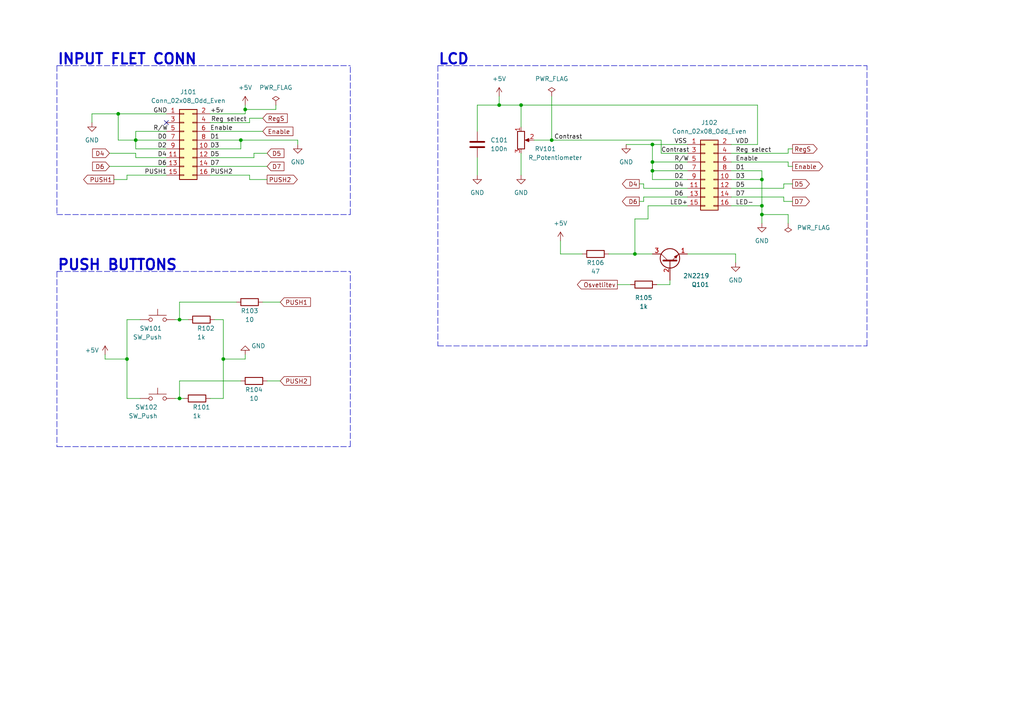
<source format=kicad_sch>
(kicad_sch (version 20211123) (generator eeschema)

  (uuid c4717b90-0c1d-4176-b6d3-3496b711de0a)

  (paper "A4")

  (lib_symbols
    (symbol "Connector_Generic:Conn_02x08_Odd_Even" (pin_names (offset 1.016) hide) (in_bom yes) (on_board yes)
      (property "Reference" "J" (id 0) (at 1.27 10.16 0)
        (effects (font (size 1.27 1.27)))
      )
      (property "Value" "Conn_02x08_Odd_Even" (id 1) (at 1.27 -12.7 0)
        (effects (font (size 1.27 1.27)))
      )
      (property "Footprint" "" (id 2) (at 0 0 0)
        (effects (font (size 1.27 1.27)) hide)
      )
      (property "Datasheet" "~" (id 3) (at 0 0 0)
        (effects (font (size 1.27 1.27)) hide)
      )
      (property "ki_keywords" "connector" (id 4) (at 0 0 0)
        (effects (font (size 1.27 1.27)) hide)
      )
      (property "ki_description" "Generic connector, double row, 02x08, odd/even pin numbering scheme (row 1 odd numbers, row 2 even numbers), script generated (kicad-library-utils/schlib/autogen/connector/)" (id 5) (at 0 0 0)
        (effects (font (size 1.27 1.27)) hide)
      )
      (property "ki_fp_filters" "Connector*:*_2x??_*" (id 6) (at 0 0 0)
        (effects (font (size 1.27 1.27)) hide)
      )
      (symbol "Conn_02x08_Odd_Even_1_1"
        (rectangle (start -1.27 -10.033) (end 0 -10.287)
          (stroke (width 0.1524) (type default) (color 0 0 0 0))
          (fill (type none))
        )
        (rectangle (start -1.27 -7.493) (end 0 -7.747)
          (stroke (width 0.1524) (type default) (color 0 0 0 0))
          (fill (type none))
        )
        (rectangle (start -1.27 -4.953) (end 0 -5.207)
          (stroke (width 0.1524) (type default) (color 0 0 0 0))
          (fill (type none))
        )
        (rectangle (start -1.27 -2.413) (end 0 -2.667)
          (stroke (width 0.1524) (type default) (color 0 0 0 0))
          (fill (type none))
        )
        (rectangle (start -1.27 0.127) (end 0 -0.127)
          (stroke (width 0.1524) (type default) (color 0 0 0 0))
          (fill (type none))
        )
        (rectangle (start -1.27 2.667) (end 0 2.413)
          (stroke (width 0.1524) (type default) (color 0 0 0 0))
          (fill (type none))
        )
        (rectangle (start -1.27 5.207) (end 0 4.953)
          (stroke (width 0.1524) (type default) (color 0 0 0 0))
          (fill (type none))
        )
        (rectangle (start -1.27 7.747) (end 0 7.493)
          (stroke (width 0.1524) (type default) (color 0 0 0 0))
          (fill (type none))
        )
        (rectangle (start -1.27 8.89) (end 3.81 -11.43)
          (stroke (width 0.254) (type default) (color 0 0 0 0))
          (fill (type background))
        )
        (rectangle (start 3.81 -10.033) (end 2.54 -10.287)
          (stroke (width 0.1524) (type default) (color 0 0 0 0))
          (fill (type none))
        )
        (rectangle (start 3.81 -7.493) (end 2.54 -7.747)
          (stroke (width 0.1524) (type default) (color 0 0 0 0))
          (fill (type none))
        )
        (rectangle (start 3.81 -4.953) (end 2.54 -5.207)
          (stroke (width 0.1524) (type default) (color 0 0 0 0))
          (fill (type none))
        )
        (rectangle (start 3.81 -2.413) (end 2.54 -2.667)
          (stroke (width 0.1524) (type default) (color 0 0 0 0))
          (fill (type none))
        )
        (rectangle (start 3.81 0.127) (end 2.54 -0.127)
          (stroke (width 0.1524) (type default) (color 0 0 0 0))
          (fill (type none))
        )
        (rectangle (start 3.81 2.667) (end 2.54 2.413)
          (stroke (width 0.1524) (type default) (color 0 0 0 0))
          (fill (type none))
        )
        (rectangle (start 3.81 5.207) (end 2.54 4.953)
          (stroke (width 0.1524) (type default) (color 0 0 0 0))
          (fill (type none))
        )
        (rectangle (start 3.81 7.747) (end 2.54 7.493)
          (stroke (width 0.1524) (type default) (color 0 0 0 0))
          (fill (type none))
        )
        (pin passive line (at -5.08 7.62 0) (length 3.81)
          (name "Pin_1" (effects (font (size 1.27 1.27))))
          (number "1" (effects (font (size 1.27 1.27))))
        )
        (pin passive line (at 7.62 -2.54 180) (length 3.81)
          (name "Pin_10" (effects (font (size 1.27 1.27))))
          (number "10" (effects (font (size 1.27 1.27))))
        )
        (pin passive line (at -5.08 -5.08 0) (length 3.81)
          (name "Pin_11" (effects (font (size 1.27 1.27))))
          (number "11" (effects (font (size 1.27 1.27))))
        )
        (pin passive line (at 7.62 -5.08 180) (length 3.81)
          (name "Pin_12" (effects (font (size 1.27 1.27))))
          (number "12" (effects (font (size 1.27 1.27))))
        )
        (pin passive line (at -5.08 -7.62 0) (length 3.81)
          (name "Pin_13" (effects (font (size 1.27 1.27))))
          (number "13" (effects (font (size 1.27 1.27))))
        )
        (pin passive line (at 7.62 -7.62 180) (length 3.81)
          (name "Pin_14" (effects (font (size 1.27 1.27))))
          (number "14" (effects (font (size 1.27 1.27))))
        )
        (pin passive line (at -5.08 -10.16 0) (length 3.81)
          (name "Pin_15" (effects (font (size 1.27 1.27))))
          (number "15" (effects (font (size 1.27 1.27))))
        )
        (pin passive line (at 7.62 -10.16 180) (length 3.81)
          (name "Pin_16" (effects (font (size 1.27 1.27))))
          (number "16" (effects (font (size 1.27 1.27))))
        )
        (pin passive line (at 7.62 7.62 180) (length 3.81)
          (name "Pin_2" (effects (font (size 1.27 1.27))))
          (number "2" (effects (font (size 1.27 1.27))))
        )
        (pin passive line (at -5.08 5.08 0) (length 3.81)
          (name "Pin_3" (effects (font (size 1.27 1.27))))
          (number "3" (effects (font (size 1.27 1.27))))
        )
        (pin passive line (at 7.62 5.08 180) (length 3.81)
          (name "Pin_4" (effects (font (size 1.27 1.27))))
          (number "4" (effects (font (size 1.27 1.27))))
        )
        (pin passive line (at -5.08 2.54 0) (length 3.81)
          (name "Pin_5" (effects (font (size 1.27 1.27))))
          (number "5" (effects (font (size 1.27 1.27))))
        )
        (pin passive line (at 7.62 2.54 180) (length 3.81)
          (name "Pin_6" (effects (font (size 1.27 1.27))))
          (number "6" (effects (font (size 1.27 1.27))))
        )
        (pin passive line (at -5.08 0 0) (length 3.81)
          (name "Pin_7" (effects (font (size 1.27 1.27))))
          (number "7" (effects (font (size 1.27 1.27))))
        )
        (pin passive line (at 7.62 0 180) (length 3.81)
          (name "Pin_8" (effects (font (size 1.27 1.27))))
          (number "8" (effects (font (size 1.27 1.27))))
        )
        (pin passive line (at -5.08 -2.54 0) (length 3.81)
          (name "Pin_9" (effects (font (size 1.27 1.27))))
          (number "9" (effects (font (size 1.27 1.27))))
        )
      )
    )
    (symbol "Device:C" (pin_numbers hide) (pin_names (offset 0.254)) (in_bom yes) (on_board yes)
      (property "Reference" "C" (id 0) (at 0.635 2.54 0)
        (effects (font (size 1.27 1.27)) (justify left))
      )
      (property "Value" "C" (id 1) (at 0.635 -2.54 0)
        (effects (font (size 1.27 1.27)) (justify left))
      )
      (property "Footprint" "" (id 2) (at 0.9652 -3.81 0)
        (effects (font (size 1.27 1.27)) hide)
      )
      (property "Datasheet" "~" (id 3) (at 0 0 0)
        (effects (font (size 1.27 1.27)) hide)
      )
      (property "ki_keywords" "cap capacitor" (id 4) (at 0 0 0)
        (effects (font (size 1.27 1.27)) hide)
      )
      (property "ki_description" "Unpolarized capacitor" (id 5) (at 0 0 0)
        (effects (font (size 1.27 1.27)) hide)
      )
      (property "ki_fp_filters" "C_*" (id 6) (at 0 0 0)
        (effects (font (size 1.27 1.27)) hide)
      )
      (symbol "C_0_1"
        (polyline
          (pts
            (xy -2.032 -0.762)
            (xy 2.032 -0.762)
          )
          (stroke (width 0.508) (type default) (color 0 0 0 0))
          (fill (type none))
        )
        (polyline
          (pts
            (xy -2.032 0.762)
            (xy 2.032 0.762)
          )
          (stroke (width 0.508) (type default) (color 0 0 0 0))
          (fill (type none))
        )
      )
      (symbol "C_1_1"
        (pin passive line (at 0 3.81 270) (length 2.794)
          (name "~" (effects (font (size 1.27 1.27))))
          (number "1" (effects (font (size 1.27 1.27))))
        )
        (pin passive line (at 0 -3.81 90) (length 2.794)
          (name "~" (effects (font (size 1.27 1.27))))
          (number "2" (effects (font (size 1.27 1.27))))
        )
      )
    )
    (symbol "Device:R" (pin_numbers hide) (pin_names (offset 0)) (in_bom yes) (on_board yes)
      (property "Reference" "R" (id 0) (at 2.032 0 90)
        (effects (font (size 1.27 1.27)))
      )
      (property "Value" "R" (id 1) (at 0 0 90)
        (effects (font (size 1.27 1.27)))
      )
      (property "Footprint" "" (id 2) (at -1.778 0 90)
        (effects (font (size 1.27 1.27)) hide)
      )
      (property "Datasheet" "~" (id 3) (at 0 0 0)
        (effects (font (size 1.27 1.27)) hide)
      )
      (property "ki_keywords" "R res resistor" (id 4) (at 0 0 0)
        (effects (font (size 1.27 1.27)) hide)
      )
      (property "ki_description" "Resistor" (id 5) (at 0 0 0)
        (effects (font (size 1.27 1.27)) hide)
      )
      (property "ki_fp_filters" "R_*" (id 6) (at 0 0 0)
        (effects (font (size 1.27 1.27)) hide)
      )
      (symbol "R_0_1"
        (rectangle (start -1.016 -2.54) (end 1.016 2.54)
          (stroke (width 0.254) (type default) (color 0 0 0 0))
          (fill (type none))
        )
      )
      (symbol "R_1_1"
        (pin passive line (at 0 3.81 270) (length 1.27)
          (name "~" (effects (font (size 1.27 1.27))))
          (number "1" (effects (font (size 1.27 1.27))))
        )
        (pin passive line (at 0 -3.81 90) (length 1.27)
          (name "~" (effects (font (size 1.27 1.27))))
          (number "2" (effects (font (size 1.27 1.27))))
        )
      )
    )
    (symbol "Device:R_Potentiometer" (pin_names (offset 1.016) hide) (in_bom yes) (on_board yes)
      (property "Reference" "RV" (id 0) (at -4.445 0 90)
        (effects (font (size 1.27 1.27)))
      )
      (property "Value" "R_Potentiometer" (id 1) (at -2.54 0 90)
        (effects (font (size 1.27 1.27)))
      )
      (property "Footprint" "" (id 2) (at 0 0 0)
        (effects (font (size 1.27 1.27)) hide)
      )
      (property "Datasheet" "~" (id 3) (at 0 0 0)
        (effects (font (size 1.27 1.27)) hide)
      )
      (property "ki_keywords" "resistor variable" (id 4) (at 0 0 0)
        (effects (font (size 1.27 1.27)) hide)
      )
      (property "ki_description" "Potentiometer" (id 5) (at 0 0 0)
        (effects (font (size 1.27 1.27)) hide)
      )
      (property "ki_fp_filters" "Potentiometer*" (id 6) (at 0 0 0)
        (effects (font (size 1.27 1.27)) hide)
      )
      (symbol "R_Potentiometer_0_1"
        (polyline
          (pts
            (xy 2.54 0)
            (xy 1.524 0)
          )
          (stroke (width 0) (type default) (color 0 0 0 0))
          (fill (type none))
        )
        (polyline
          (pts
            (xy 1.143 0)
            (xy 2.286 0.508)
            (xy 2.286 -0.508)
            (xy 1.143 0)
          )
          (stroke (width 0) (type default) (color 0 0 0 0))
          (fill (type outline))
        )
        (rectangle (start 1.016 2.54) (end -1.016 -2.54)
          (stroke (width 0.254) (type default) (color 0 0 0 0))
          (fill (type none))
        )
      )
      (symbol "R_Potentiometer_1_1"
        (pin passive line (at 0 3.81 270) (length 1.27)
          (name "1" (effects (font (size 1.27 1.27))))
          (number "1" (effects (font (size 1.27 1.27))))
        )
        (pin passive line (at 3.81 0 180) (length 1.27)
          (name "2" (effects (font (size 1.27 1.27))))
          (number "2" (effects (font (size 1.27 1.27))))
        )
        (pin passive line (at 0 -3.81 90) (length 1.27)
          (name "3" (effects (font (size 1.27 1.27))))
          (number "3" (effects (font (size 1.27 1.27))))
        )
      )
    )
    (symbol "Switch:SW_Push" (pin_numbers hide) (pin_names (offset 1.016) hide) (in_bom yes) (on_board yes)
      (property "Reference" "SW" (id 0) (at 1.27 2.54 0)
        (effects (font (size 1.27 1.27)) (justify left))
      )
      (property "Value" "SW_Push" (id 1) (at 0 -1.524 0)
        (effects (font (size 1.27 1.27)))
      )
      (property "Footprint" "" (id 2) (at 0 5.08 0)
        (effects (font (size 1.27 1.27)) hide)
      )
      (property "Datasheet" "~" (id 3) (at 0 5.08 0)
        (effects (font (size 1.27 1.27)) hide)
      )
      (property "ki_keywords" "switch normally-open pushbutton push-button" (id 4) (at 0 0 0)
        (effects (font (size 1.27 1.27)) hide)
      )
      (property "ki_description" "Push button switch, generic, two pins" (id 5) (at 0 0 0)
        (effects (font (size 1.27 1.27)) hide)
      )
      (symbol "SW_Push_0_1"
        (circle (center -2.032 0) (radius 0.508)
          (stroke (width 0) (type default) (color 0 0 0 0))
          (fill (type none))
        )
        (polyline
          (pts
            (xy 0 1.27)
            (xy 0 3.048)
          )
          (stroke (width 0) (type default) (color 0 0 0 0))
          (fill (type none))
        )
        (polyline
          (pts
            (xy 2.54 1.27)
            (xy -2.54 1.27)
          )
          (stroke (width 0) (type default) (color 0 0 0 0))
          (fill (type none))
        )
        (circle (center 2.032 0) (radius 0.508)
          (stroke (width 0) (type default) (color 0 0 0 0))
          (fill (type none))
        )
        (pin passive line (at -5.08 0 0) (length 2.54)
          (name "1" (effects (font (size 1.27 1.27))))
          (number "1" (effects (font (size 1.27 1.27))))
        )
        (pin passive line (at 5.08 0 180) (length 2.54)
          (name "2" (effects (font (size 1.27 1.27))))
          (number "2" (effects (font (size 1.27 1.27))))
        )
      )
    )
    (symbol "Transistor_BJT:2N2219" (pin_names (offset 0) hide) (in_bom yes) (on_board yes)
      (property "Reference" "Q" (id 0) (at 5.08 1.905 0)
        (effects (font (size 1.27 1.27)) (justify left))
      )
      (property "Value" "2N2219" (id 1) (at 5.08 0 0)
        (effects (font (size 1.27 1.27)) (justify left))
      )
      (property "Footprint" "Package_TO_SOT_THT:TO-39-3" (id 2) (at 5.08 -1.905 0)
        (effects (font (size 1.27 1.27) italic) (justify left) hide)
      )
      (property "Datasheet" "http://www.onsemi.com/pub_link/Collateral/2N2219-D.PDF" (id 3) (at 0 0 0)
        (effects (font (size 1.27 1.27)) (justify left) hide)
      )
      (property "ki_keywords" "NPN Transistor" (id 4) (at 0 0 0)
        (effects (font (size 1.27 1.27)) hide)
      )
      (property "ki_description" "800mA Ic, 50V Vce, NPN Transistor, TO-39" (id 5) (at 0 0 0)
        (effects (font (size 1.27 1.27)) hide)
      )
      (property "ki_fp_filters" "TO?39*" (id 6) (at 0 0 0)
        (effects (font (size 1.27 1.27)) hide)
      )
      (symbol "2N2219_0_1"
        (polyline
          (pts
            (xy 0.635 0.635)
            (xy 2.54 2.54)
          )
          (stroke (width 0) (type default) (color 0 0 0 0))
          (fill (type none))
        )
        (polyline
          (pts
            (xy 0.635 -0.635)
            (xy 2.54 -2.54)
            (xy 2.54 -2.54)
          )
          (stroke (width 0) (type default) (color 0 0 0 0))
          (fill (type none))
        )
        (polyline
          (pts
            (xy 0.635 1.905)
            (xy 0.635 -1.905)
            (xy 0.635 -1.905)
          )
          (stroke (width 0.508) (type default) (color 0 0 0 0))
          (fill (type none))
        )
        (polyline
          (pts
            (xy 1.27 -1.778)
            (xy 1.778 -1.27)
            (xy 2.286 -2.286)
            (xy 1.27 -1.778)
            (xy 1.27 -1.778)
          )
          (stroke (width 0) (type default) (color 0 0 0 0))
          (fill (type outline))
        )
        (circle (center 1.27 0) (radius 2.8194)
          (stroke (width 0.254) (type default) (color 0 0 0 0))
          (fill (type none))
        )
      )
      (symbol "2N2219_1_1"
        (pin passive line (at 2.54 -5.08 90) (length 2.54)
          (name "E" (effects (font (size 1.27 1.27))))
          (number "1" (effects (font (size 1.27 1.27))))
        )
        (pin passive line (at -5.08 0 0) (length 5.715)
          (name "B" (effects (font (size 1.27 1.27))))
          (number "2" (effects (font (size 1.27 1.27))))
        )
        (pin passive line (at 2.54 5.08 270) (length 2.54)
          (name "C" (effects (font (size 1.27 1.27))))
          (number "3" (effects (font (size 1.27 1.27))))
        )
      )
    )
    (symbol "power:+5V" (power) (pin_names (offset 0)) (in_bom yes) (on_board yes)
      (property "Reference" "#PWR" (id 0) (at 0 -3.81 0)
        (effects (font (size 1.27 1.27)) hide)
      )
      (property "Value" "+5V" (id 1) (at 0 3.556 0)
        (effects (font (size 1.27 1.27)))
      )
      (property "Footprint" "" (id 2) (at 0 0 0)
        (effects (font (size 1.27 1.27)) hide)
      )
      (property "Datasheet" "" (id 3) (at 0 0 0)
        (effects (font (size 1.27 1.27)) hide)
      )
      (property "ki_keywords" "power-flag" (id 4) (at 0 0 0)
        (effects (font (size 1.27 1.27)) hide)
      )
      (property "ki_description" "Power symbol creates a global label with name \"+5V\"" (id 5) (at 0 0 0)
        (effects (font (size 1.27 1.27)) hide)
      )
      (symbol "+5V_0_1"
        (polyline
          (pts
            (xy -0.762 1.27)
            (xy 0 2.54)
          )
          (stroke (width 0) (type default) (color 0 0 0 0))
          (fill (type none))
        )
        (polyline
          (pts
            (xy 0 0)
            (xy 0 2.54)
          )
          (stroke (width 0) (type default) (color 0 0 0 0))
          (fill (type none))
        )
        (polyline
          (pts
            (xy 0 2.54)
            (xy 0.762 1.27)
          )
          (stroke (width 0) (type default) (color 0 0 0 0))
          (fill (type none))
        )
      )
      (symbol "+5V_1_1"
        (pin power_in line (at 0 0 90) (length 0) hide
          (name "+5V" (effects (font (size 1.27 1.27))))
          (number "1" (effects (font (size 1.27 1.27))))
        )
      )
    )
    (symbol "power:GND" (power) (pin_names (offset 0)) (in_bom yes) (on_board yes)
      (property "Reference" "#PWR" (id 0) (at 0 -6.35 0)
        (effects (font (size 1.27 1.27)) hide)
      )
      (property "Value" "GND" (id 1) (at 0 -3.81 0)
        (effects (font (size 1.27 1.27)))
      )
      (property "Footprint" "" (id 2) (at 0 0 0)
        (effects (font (size 1.27 1.27)) hide)
      )
      (property "Datasheet" "" (id 3) (at 0 0 0)
        (effects (font (size 1.27 1.27)) hide)
      )
      (property "ki_keywords" "power-flag" (id 4) (at 0 0 0)
        (effects (font (size 1.27 1.27)) hide)
      )
      (property "ki_description" "Power symbol creates a global label with name \"GND\" , ground" (id 5) (at 0 0 0)
        (effects (font (size 1.27 1.27)) hide)
      )
      (symbol "GND_0_1"
        (polyline
          (pts
            (xy 0 0)
            (xy 0 -1.27)
            (xy 1.27 -1.27)
            (xy 0 -2.54)
            (xy -1.27 -1.27)
            (xy 0 -1.27)
          )
          (stroke (width 0) (type default) (color 0 0 0 0))
          (fill (type none))
        )
      )
      (symbol "GND_1_1"
        (pin power_in line (at 0 0 270) (length 0) hide
          (name "GND" (effects (font (size 1.27 1.27))))
          (number "1" (effects (font (size 1.27 1.27))))
        )
      )
    )
    (symbol "power:PWR_FLAG" (power) (pin_numbers hide) (pin_names (offset 0) hide) (in_bom yes) (on_board yes)
      (property "Reference" "#FLG" (id 0) (at 0 1.905 0)
        (effects (font (size 1.27 1.27)) hide)
      )
      (property "Value" "PWR_FLAG" (id 1) (at 0 3.81 0)
        (effects (font (size 1.27 1.27)))
      )
      (property "Footprint" "" (id 2) (at 0 0 0)
        (effects (font (size 1.27 1.27)) hide)
      )
      (property "Datasheet" "~" (id 3) (at 0 0 0)
        (effects (font (size 1.27 1.27)) hide)
      )
      (property "ki_keywords" "power-flag" (id 4) (at 0 0 0)
        (effects (font (size 1.27 1.27)) hide)
      )
      (property "ki_description" "Special symbol for telling ERC where power comes from" (id 5) (at 0 0 0)
        (effects (font (size 1.27 1.27)) hide)
      )
      (symbol "PWR_FLAG_0_0"
        (pin power_out line (at 0 0 90) (length 0)
          (name "pwr" (effects (font (size 1.27 1.27))))
          (number "1" (effects (font (size 1.27 1.27))))
        )
      )
      (symbol "PWR_FLAG_0_1"
        (polyline
          (pts
            (xy 0 0)
            (xy 0 1.27)
            (xy -1.016 1.905)
            (xy 0 2.54)
            (xy 1.016 1.905)
            (xy 0 1.27)
          )
          (stroke (width 0) (type default) (color 0 0 0 0))
          (fill (type none))
        )
      )
    )
  )

  (junction (at 220.98 52.07) (diameter 0) (color 0 0 0 0)
    (uuid 05e91617-717f-4f47-9bae-2e3c788b1db5)
  )
  (junction (at 52.07 92.71) (diameter 0) (color 0 0 0 0)
    (uuid 0bdf1dc7-6064-4ae7-8591-dea9b74eb33c)
  )
  (junction (at 184.15 73.66) (diameter 0) (color 0 0 0 0)
    (uuid 28f077c3-948f-4047-bba5-e8e54eadc3ee)
  )
  (junction (at 220.98 59.69) (diameter 0) (color 0 0 0 0)
    (uuid 5c3c94e1-3064-489d-bc45-ea73abba30fc)
  )
  (junction (at 36.83 104.14) (diameter 0) (color 0 0 0 0)
    (uuid 70922170-d3f0-459e-8e84-6155770a4aa5)
  )
  (junction (at 71.12 31.75) (diameter 0) (color 0 0 0 0)
    (uuid 733a3802-6ab0-4f56-a187-e91aa4749e97)
  )
  (junction (at 189.23 41.91) (diameter 0) (color 0 0 0 0)
    (uuid 7bde89e7-4715-4e10-a624-1738ded44787)
  )
  (junction (at 52.07 115.57) (diameter 0) (color 0 0 0 0)
    (uuid a10ee3f8-4f19-490d-bb4a-63d0cdae941f)
  )
  (junction (at 69.85 40.64) (diameter 0) (color 0 0 0 0)
    (uuid acd2632b-ee4e-4a61-9d3b-fde82f6a6f15)
  )
  (junction (at 144.78 30.48) (diameter 0) (color 0 0 0 0)
    (uuid ae8ab91f-24ef-4874-858c-c2c2ebd4943b)
  )
  (junction (at 34.29 33.02) (diameter 0) (color 0 0 0 0)
    (uuid b1efdf12-ff4e-412b-8a1d-47445aa92433)
  )
  (junction (at 189.23 49.53) (diameter 0) (color 0 0 0 0)
    (uuid b78411d1-ce72-430b-bebf-1d72a0320a24)
  )
  (junction (at 220.98 62.23) (diameter 0) (color 0 0 0 0)
    (uuid bd81b740-90c5-473a-923a-42ad01867eab)
  )
  (junction (at 39.37 40.64) (diameter 0) (color 0 0 0 0)
    (uuid cd7930c5-60d3-4ffe-95aa-747bc31a3441)
  )
  (junction (at 189.23 46.99) (diameter 0) (color 0 0 0 0)
    (uuid d91833b6-c6d2-4f0e-bd4a-63f03c871ce1)
  )
  (junction (at 160.02 40.64) (diameter 0) (color 0 0 0 0)
    (uuid e2c7ab44-654f-433b-80f3-3d7418cb81b0)
  )
  (junction (at 151.13 30.48) (diameter 0) (color 0 0 0 0)
    (uuid ee50ff1e-300c-46af-98a3-bf40135b9b1b)
  )
  (junction (at 64.77 104.14) (diameter 0) (color 0 0 0 0)
    (uuid f72f016b-0dd7-4264-ba78-5b652b7919e6)
  )

  (no_connect (at 48.26 35.56) (uuid dd9be98c-d015-48e2-a544-b85104598f59))

  (wire (pts (xy 77.47 110.49) (xy 81.28 110.49))
    (stroke (width 0) (type default) (color 0 0 0 0))
    (uuid 0075911d-25d7-4789-8bb1-802b9a46427c)
  )
  (polyline (pts (xy 101.6 129.54) (xy 101.6 78.74))
    (stroke (width 0) (type default) (color 0 0 0 0))
    (uuid 013a8588-4ccd-43d2-8ebf-962564d4ce13)
  )

  (wire (pts (xy 199.39 46.99) (xy 189.23 46.99))
    (stroke (width 0) (type default) (color 0 0 0 0))
    (uuid 03b05564-4a1e-4921-9928-f34df63d1ebd)
  )
  (wire (pts (xy 39.37 45.72) (xy 48.26 45.72))
    (stroke (width 0) (type default) (color 0 0 0 0))
    (uuid 060918e0-9025-4f13-891d-cda50b831256)
  )
  (wire (pts (xy 50.8 92.71) (xy 52.07 92.71))
    (stroke (width 0) (type default) (color 0 0 0 0))
    (uuid 09ab7b97-445f-4509-9a9c-a6e3b797f5e7)
  )
  (wire (pts (xy 184.15 63.5) (xy 184.15 73.66))
    (stroke (width 0) (type default) (color 0 0 0 0))
    (uuid 0a9b4bde-a520-429a-8e46-a8ed297d4290)
  )
  (wire (pts (xy 185.42 53.34) (xy 186.69 53.34))
    (stroke (width 0) (type default) (color 0 0 0 0))
    (uuid 0baeaa66-220d-410f-af07-59a7d4c000e5)
  )
  (wire (pts (xy 162.56 69.85) (xy 162.56 73.66))
    (stroke (width 0) (type default) (color 0 0 0 0))
    (uuid 0cdb13b8-6993-4227-ba84-4b9a1b2d5ddc)
  )
  (wire (pts (xy 187.96 59.69) (xy 199.39 59.69))
    (stroke (width 0) (type default) (color 0 0 0 0))
    (uuid 0fb0578c-0da3-49df-af60-c9fdbec9b713)
  )
  (wire (pts (xy 60.96 43.18) (xy 69.85 43.18))
    (stroke (width 0) (type default) (color 0 0 0 0))
    (uuid 124507db-62f6-4238-a816-2ec88526cacc)
  )
  (wire (pts (xy 228.6 48.26) (xy 228.6 46.99))
    (stroke (width 0) (type default) (color 0 0 0 0))
    (uuid 14093a59-24af-43ff-a0f3-4bb5ffd0d98b)
  )
  (wire (pts (xy 77.47 44.45) (xy 73.66 44.45))
    (stroke (width 0) (type default) (color 0 0 0 0))
    (uuid 14c12e66-8f2c-4f56-a7bb-246c836ea77c)
  )
  (wire (pts (xy 151.13 30.48) (xy 219.71 30.48))
    (stroke (width 0) (type default) (color 0 0 0 0))
    (uuid 14c15b46-967b-4df4-bbbf-32fa4a50a960)
  )
  (wire (pts (xy 80.01 30.48) (xy 80.01 31.75))
    (stroke (width 0) (type default) (color 0 0 0 0))
    (uuid 1a02965d-7a26-4829-9124-5050e68aab4f)
  )
  (polyline (pts (xy 16.51 78.74) (xy 16.51 129.54))
    (stroke (width 0) (type default) (color 0 0 0 0))
    (uuid 1bbfd5c9-75d5-4b5c-ac82-096e6fca6353)
  )

  (wire (pts (xy 39.37 40.64) (xy 48.26 40.64))
    (stroke (width 0) (type default) (color 0 0 0 0))
    (uuid 1bdd363c-7ce0-4dc2-b031-ea62a4fb7094)
  )
  (wire (pts (xy 187.96 59.69) (xy 187.96 63.5))
    (stroke (width 0) (type default) (color 0 0 0 0))
    (uuid 21eaa7d2-2c2b-4c7f-85de-89b5765800bf)
  )
  (polyline (pts (xy 101.6 62.23) (xy 101.6 19.05))
    (stroke (width 0) (type default) (color 0 0 0 0))
    (uuid 27341933-ff67-457d-965c-d7dd9f4a371b)
  )

  (wire (pts (xy 228.6 44.45) (xy 212.09 44.45))
    (stroke (width 0) (type default) (color 0 0 0 0))
    (uuid 27e3ecce-c9c4-415c-97a2-d03006228da5)
  )
  (wire (pts (xy 160.02 40.64) (xy 191.77 40.64))
    (stroke (width 0) (type default) (color 0 0 0 0))
    (uuid 29ff3863-8be4-4732-8f96-7c0f50f4ad50)
  )
  (wire (pts (xy 227.33 53.34) (xy 227.33 54.61))
    (stroke (width 0) (type default) (color 0 0 0 0))
    (uuid 2a06d9b1-72b7-43a2-948a-8cc29d911ee3)
  )
  (wire (pts (xy 199.39 73.66) (xy 213.36 73.66))
    (stroke (width 0) (type default) (color 0 0 0 0))
    (uuid 2ad9d212-eba4-4aa9-81a2-1ff6e9130cd2)
  )
  (wire (pts (xy 40.64 92.71) (xy 36.83 92.71))
    (stroke (width 0) (type default) (color 0 0 0 0))
    (uuid 2cf6a7d2-e42f-4f3b-bc4c-c7654a615d0c)
  )
  (wire (pts (xy 72.39 50.8) (xy 72.39 52.07))
    (stroke (width 0) (type default) (color 0 0 0 0))
    (uuid 2fe2ef74-dfd8-4f99-acae-d1c487935815)
  )
  (wire (pts (xy 26.67 35.56) (xy 26.67 33.02))
    (stroke (width 0) (type default) (color 0 0 0 0))
    (uuid 35444a76-5abf-4bf4-b036-132f17242138)
  )
  (wire (pts (xy 189.23 52.07) (xy 189.23 49.53))
    (stroke (width 0) (type default) (color 0 0 0 0))
    (uuid 35e631fc-ce01-43f9-a6d6-f7e0ceec1413)
  )
  (wire (pts (xy 36.83 92.71) (xy 36.83 104.14))
    (stroke (width 0) (type default) (color 0 0 0 0))
    (uuid 35f40f75-84b6-4882-b1e1-5d2e5017bf64)
  )
  (wire (pts (xy 162.56 73.66) (xy 168.91 73.66))
    (stroke (width 0) (type default) (color 0 0 0 0))
    (uuid 36c71280-24be-4866-b31c-020be712a26c)
  )
  (wire (pts (xy 199.39 52.07) (xy 189.23 52.07))
    (stroke (width 0) (type default) (color 0 0 0 0))
    (uuid 3b3bfa85-f9de-467d-819a-364291cb49d9)
  )
  (wire (pts (xy 229.87 43.18) (xy 228.6 43.18))
    (stroke (width 0) (type default) (color 0 0 0 0))
    (uuid 4459a1c9-0ff2-4d35-b04e-0611c7ef7f59)
  )
  (wire (pts (xy 60.96 50.8) (xy 72.39 50.8))
    (stroke (width 0) (type default) (color 0 0 0 0))
    (uuid 4746d826-0ed4-49fa-8a8b-6d8722b0c569)
  )
  (wire (pts (xy 80.01 31.75) (xy 71.12 31.75))
    (stroke (width 0) (type default) (color 0 0 0 0))
    (uuid 4983c3c6-2301-4cbe-baff-56791b7040fb)
  )
  (wire (pts (xy 71.12 104.14) (xy 71.12 102.87))
    (stroke (width 0) (type default) (color 0 0 0 0))
    (uuid 4dcf7a81-0de2-4f08-a55b-4521a71c541c)
  )
  (polyline (pts (xy 16.51 129.54) (xy 101.6 129.54))
    (stroke (width 0) (type default) (color 0 0 0 0))
    (uuid 4e80416a-bc3b-406d-974f-f12235676694)
  )

  (wire (pts (xy 52.07 115.57) (xy 53.34 115.57))
    (stroke (width 0) (type default) (color 0 0 0 0))
    (uuid 4f226d75-ab42-4509-9567-c82fb56f309c)
  )
  (wire (pts (xy 71.12 31.75) (xy 71.12 30.48))
    (stroke (width 0) (type default) (color 0 0 0 0))
    (uuid 508ebb66-ec2c-40e1-98a0-254c5b07a4d7)
  )
  (wire (pts (xy 213.36 73.66) (xy 213.36 76.2))
    (stroke (width 0) (type default) (color 0 0 0 0))
    (uuid 51e2086c-9077-47c7-a97b-dc12b8087f43)
  )
  (wire (pts (xy 60.96 38.1) (xy 76.2 38.1))
    (stroke (width 0) (type default) (color 0 0 0 0))
    (uuid 53f224f9-b565-4e1f-9582-f8110ddeee05)
  )
  (wire (pts (xy 71.12 33.02) (xy 71.12 31.75))
    (stroke (width 0) (type default) (color 0 0 0 0))
    (uuid 55b3f8c9-ad11-49c1-ac2d-101263fa8183)
  )
  (wire (pts (xy 138.43 30.48) (xy 138.43 38.1))
    (stroke (width 0) (type default) (color 0 0 0 0))
    (uuid 55c84bbf-db6b-4a80-9d74-6d8a9a14309f)
  )
  (wire (pts (xy 187.96 63.5) (xy 184.15 63.5))
    (stroke (width 0) (type default) (color 0 0 0 0))
    (uuid 58457268-2791-4117-bb63-6563a4e3b9c0)
  )
  (wire (pts (xy 64.77 92.71) (xy 64.77 104.14))
    (stroke (width 0) (type default) (color 0 0 0 0))
    (uuid 5a431914-50bb-4bfa-96f3-b09fd9324486)
  )
  (wire (pts (xy 36.83 50.8) (xy 48.26 50.8))
    (stroke (width 0) (type default) (color 0 0 0 0))
    (uuid 5c8c29b2-049e-46d8-83c0-b97d1c081e46)
  )
  (wire (pts (xy 39.37 43.18) (xy 48.26 43.18))
    (stroke (width 0) (type default) (color 0 0 0 0))
    (uuid 5ce0e5ba-ba50-45cf-b3af-847069a898bb)
  )
  (wire (pts (xy 34.29 40.64) (xy 39.37 40.64))
    (stroke (width 0) (type default) (color 0 0 0 0))
    (uuid 5cf40364-a76e-4e03-bbce-65f50f6f370c)
  )
  (wire (pts (xy 228.6 62.23) (xy 220.98 62.23))
    (stroke (width 0) (type default) (color 0 0 0 0))
    (uuid 5d3da664-8da7-4463-b7d5-ed27180133cf)
  )
  (wire (pts (xy 36.83 104.14) (xy 36.83 115.57))
    (stroke (width 0) (type default) (color 0 0 0 0))
    (uuid 6221e0ae-3059-40bf-bdfc-ab78dcc4db91)
  )
  (wire (pts (xy 220.98 62.23) (xy 220.98 64.77))
    (stroke (width 0) (type default) (color 0 0 0 0))
    (uuid 66c277bf-e82d-4c6c-b72d-2b4976357c0d)
  )
  (wire (pts (xy 199.39 49.53) (xy 189.23 49.53))
    (stroke (width 0) (type default) (color 0 0 0 0))
    (uuid 68a2e47e-2e30-4186-b032-86f2ebde91a2)
  )
  (wire (pts (xy 185.42 58.42) (xy 186.69 58.42))
    (stroke (width 0) (type default) (color 0 0 0 0))
    (uuid 6a37f9f7-e33f-4f79-9ded-e5e579322e4b)
  )
  (wire (pts (xy 30.48 102.87) (xy 30.48 104.14))
    (stroke (width 0) (type default) (color 0 0 0 0))
    (uuid 6ba4a154-7a25-421c-a116-e4eae1dbc9fd)
  )
  (wire (pts (xy 229.87 48.26) (xy 228.6 48.26))
    (stroke (width 0) (type default) (color 0 0 0 0))
    (uuid 6c973b73-e76a-48da-a50d-74d0459e3b80)
  )
  (wire (pts (xy 228.6 46.99) (xy 212.09 46.99))
    (stroke (width 0) (type default) (color 0 0 0 0))
    (uuid 6e32f986-fceb-42ef-ab12-33ba855b7015)
  )
  (wire (pts (xy 186.69 57.15) (xy 199.39 57.15))
    (stroke (width 0) (type default) (color 0 0 0 0))
    (uuid 702dd0bf-a741-4bd2-bf3c-8f0ac2c2f625)
  )
  (wire (pts (xy 212.09 59.69) (xy 220.98 59.69))
    (stroke (width 0) (type default) (color 0 0 0 0))
    (uuid 71c7a289-d303-4b5a-a090-e605be8bab9b)
  )
  (wire (pts (xy 176.53 73.66) (xy 184.15 73.66))
    (stroke (width 0) (type default) (color 0 0 0 0))
    (uuid 73e45643-3f14-4c9a-97dc-c50852109cc5)
  )
  (wire (pts (xy 64.77 115.57) (xy 60.96 115.57))
    (stroke (width 0) (type default) (color 0 0 0 0))
    (uuid 75518321-4d72-4196-9065-46f5bb44126e)
  )
  (wire (pts (xy 60.96 35.56) (xy 72.39 35.56))
    (stroke (width 0) (type default) (color 0 0 0 0))
    (uuid 76f5ac2a-216c-44b4-95ac-8512663f1c1c)
  )
  (wire (pts (xy 68.58 87.63) (xy 52.07 87.63))
    (stroke (width 0) (type default) (color 0 0 0 0))
    (uuid 77fbab80-6856-4bfd-9b98-8e4f1811192a)
  )
  (polyline (pts (xy 251.46 100.33) (xy 251.46 19.05))
    (stroke (width 0) (type default) (color 0 0 0 0))
    (uuid 7b682022-956a-49bb-a90b-04b50923dcfe)
  )

  (wire (pts (xy 220.98 59.69) (xy 220.98 62.23))
    (stroke (width 0) (type default) (color 0 0 0 0))
    (uuid 7cf88d98-e070-4b82-8d35-d831f58a3fe0)
  )
  (wire (pts (xy 212.09 52.07) (xy 220.98 52.07))
    (stroke (width 0) (type default) (color 0 0 0 0))
    (uuid 7d7fabcf-cabf-47db-a688-62b4f8dae986)
  )
  (wire (pts (xy 227.33 57.15) (xy 212.09 57.15))
    (stroke (width 0) (type default) (color 0 0 0 0))
    (uuid 7d9445f5-f758-4a4f-9786-02102e71254f)
  )
  (wire (pts (xy 36.83 52.07) (xy 36.83 50.8))
    (stroke (width 0) (type default) (color 0 0 0 0))
    (uuid 7e132155-946a-4f55-9b46-51f65b1e3e8f)
  )
  (wire (pts (xy 219.71 30.48) (xy 219.71 41.91))
    (stroke (width 0) (type default) (color 0 0 0 0))
    (uuid 82974a8c-160f-4642-8b63-d59af04e5efd)
  )
  (wire (pts (xy 86.36 40.64) (xy 86.36 41.91))
    (stroke (width 0) (type default) (color 0 0 0 0))
    (uuid 856aa006-831e-433b-861b-7fa825f93e0e)
  )
  (wire (pts (xy 184.15 73.66) (xy 189.23 73.66))
    (stroke (width 0) (type default) (color 0 0 0 0))
    (uuid 8b88e373-e313-4b09-aa57-dcc09c1f7184)
  )
  (wire (pts (xy 60.96 33.02) (xy 71.12 33.02))
    (stroke (width 0) (type default) (color 0 0 0 0))
    (uuid 9763c7a8-7f96-493f-90e1-fd08ed99a31d)
  )
  (wire (pts (xy 64.77 104.14) (xy 64.77 115.57))
    (stroke (width 0) (type default) (color 0 0 0 0))
    (uuid 981bc3cd-90ee-4613-b7b9-e0862df4d3f8)
  )
  (wire (pts (xy 228.6 43.18) (xy 228.6 44.45))
    (stroke (width 0) (type default) (color 0 0 0 0))
    (uuid 9cc8a567-ff90-4b91-be10-d2851e54fd9c)
  )
  (wire (pts (xy 194.31 82.55) (xy 194.31 81.28))
    (stroke (width 0) (type default) (color 0 0 0 0))
    (uuid 9ceaa411-9031-400f-8031-df0b71ca13f2)
  )
  (polyline (pts (xy 16.51 78.74) (xy 101.6 78.74))
    (stroke (width 0) (type default) (color 0 0 0 0))
    (uuid 9f418012-197f-42e0-8d72-42ef081f0e3b)
  )
  (polyline (pts (xy 127 19.05) (xy 251.46 19.05))
    (stroke (width 0) (type default) (color 0 0 0 0))
    (uuid 9f777b83-1a7c-4d99-beed-4a841da49be5)
  )

  (wire (pts (xy 191.77 40.64) (xy 191.77 44.45))
    (stroke (width 0) (type default) (color 0 0 0 0))
    (uuid a0c20741-12ec-45da-ae23-720d0ec848d5)
  )
  (polyline (pts (xy 127 19.05) (xy 127 100.33))
    (stroke (width 0) (type default) (color 0 0 0 0))
    (uuid a2d5bf3f-36de-4f0a-9782-5379c3affa4e)
  )

  (wire (pts (xy 60.96 45.72) (xy 73.66 45.72))
    (stroke (width 0) (type default) (color 0 0 0 0))
    (uuid a425c684-dd36-417b-981c-66f387f7e25e)
  )
  (wire (pts (xy 52.07 92.71) (xy 54.61 92.71))
    (stroke (width 0) (type default) (color 0 0 0 0))
    (uuid a5eabfab-8974-4d56-9f0e-6c45e636de3d)
  )
  (wire (pts (xy 227.33 58.42) (xy 227.33 57.15))
    (stroke (width 0) (type default) (color 0 0 0 0))
    (uuid a6c68603-0352-442b-accb-ee1ed32b3c22)
  )
  (wire (pts (xy 73.66 44.45) (xy 73.66 45.72))
    (stroke (width 0) (type default) (color 0 0 0 0))
    (uuid a7dfd1c1-f0ae-435e-bf0e-33d44b0b67c9)
  )
  (wire (pts (xy 69.85 43.18) (xy 69.85 40.64))
    (stroke (width 0) (type default) (color 0 0 0 0))
    (uuid a8b942fb-862d-48ec-8c3b-010193f5c850)
  )
  (wire (pts (xy 179.07 82.55) (xy 182.88 82.55))
    (stroke (width 0) (type default) (color 0 0 0 0))
    (uuid a96d5468-6287-46b1-85f4-a18a86c486a4)
  )
  (wire (pts (xy 144.78 30.48) (xy 151.13 30.48))
    (stroke (width 0) (type default) (color 0 0 0 0))
    (uuid ae511c9b-aae7-420b-9e03-00dc9f53a88d)
  )
  (polyline (pts (xy 127 100.33) (xy 251.46 100.33))
    (stroke (width 0) (type default) (color 0 0 0 0))
    (uuid ae99a6f7-930b-4ef0-b4be-06aa28ae30fc)
  )

  (wire (pts (xy 39.37 40.64) (xy 39.37 43.18))
    (stroke (width 0) (type default) (color 0 0 0 0))
    (uuid b4415d8f-e591-47fd-9b81-25dc610ad464)
  )
  (wire (pts (xy 160.02 27.94) (xy 160.02 40.64))
    (stroke (width 0) (type default) (color 0 0 0 0))
    (uuid b57dd635-842f-4ec5-bf2f-bb280198508b)
  )
  (wire (pts (xy 212.09 54.61) (xy 227.33 54.61))
    (stroke (width 0) (type default) (color 0 0 0 0))
    (uuid b66ab67c-7c40-49f5-8445-a645ae35a6d6)
  )
  (wire (pts (xy 33.02 52.07) (xy 36.83 52.07))
    (stroke (width 0) (type default) (color 0 0 0 0))
    (uuid b9630502-f858-4ffb-af23-8126c1b67821)
  )
  (wire (pts (xy 220.98 49.53) (xy 220.98 52.07))
    (stroke (width 0) (type default) (color 0 0 0 0))
    (uuid bd4bd105-deda-4ac3-8a44-f3ca4f932a81)
  )
  (wire (pts (xy 76.2 87.63) (xy 81.28 87.63))
    (stroke (width 0) (type default) (color 0 0 0 0))
    (uuid be8811a2-2c33-416e-ba7f-90fcb2d6a9c8)
  )
  (wire (pts (xy 151.13 44.45) (xy 151.13 50.8))
    (stroke (width 0) (type default) (color 0 0 0 0))
    (uuid bf1f25a5-e976-42a4-90ab-37b84e146700)
  )
  (wire (pts (xy 212.09 49.53) (xy 220.98 49.53))
    (stroke (width 0) (type default) (color 0 0 0 0))
    (uuid c013e2aa-e898-4e52-85f7-06bc919eac9b)
  )
  (wire (pts (xy 186.69 53.34) (xy 186.69 54.61))
    (stroke (width 0) (type default) (color 0 0 0 0))
    (uuid c0db1ef3-9167-4294-91b7-c8c2aa4279eb)
  )
  (wire (pts (xy 64.77 104.14) (xy 71.12 104.14))
    (stroke (width 0) (type default) (color 0 0 0 0))
    (uuid c24a0c90-8cd9-4b04-8620-b5f9d16fcb2d)
  )
  (wire (pts (xy 26.67 33.02) (xy 34.29 33.02))
    (stroke (width 0) (type default) (color 0 0 0 0))
    (uuid c27b9e93-db9d-4075-a5f4-f7b38a68e008)
  )
  (wire (pts (xy 52.07 87.63) (xy 52.07 92.71))
    (stroke (width 0) (type default) (color 0 0 0 0))
    (uuid c92def3c-31fd-4166-8b4d-275ffdc03e57)
  )
  (wire (pts (xy 40.64 115.57) (xy 36.83 115.57))
    (stroke (width 0) (type default) (color 0 0 0 0))
    (uuid d08e017e-9089-4890-9ac4-06cb752f4e51)
  )
  (wire (pts (xy 191.77 44.45) (xy 199.39 44.45))
    (stroke (width 0) (type default) (color 0 0 0 0))
    (uuid d2dc15d0-c9ac-4df7-80c6-de92e5255b8f)
  )
  (wire (pts (xy 72.39 52.07) (xy 77.47 52.07))
    (stroke (width 0) (type default) (color 0 0 0 0))
    (uuid d36f0fbf-1610-40e7-9f43-5cb7ca74a59c)
  )
  (polyline (pts (xy 16.51 19.05) (xy 101.6 19.05))
    (stroke (width 0) (type default) (color 0 0 0 0))
    (uuid d41900d8-d31a-4028-ad52-0117132b9aaf)
  )

  (wire (pts (xy 151.13 30.48) (xy 151.13 36.83))
    (stroke (width 0) (type default) (color 0 0 0 0))
    (uuid d4682101-7f44-4cbe-aac7-6b0c2a1b18b4)
  )
  (wire (pts (xy 186.69 54.61) (xy 199.39 54.61))
    (stroke (width 0) (type default) (color 0 0 0 0))
    (uuid d4721687-998c-4785-b80d-5cea50b4c6e3)
  )
  (wire (pts (xy 34.29 33.02) (xy 34.29 40.64))
    (stroke (width 0) (type default) (color 0 0 0 0))
    (uuid d4911242-d43f-41a8-b8f8-f22edde5ead0)
  )
  (polyline (pts (xy 16.51 62.23) (xy 101.6 62.23))
    (stroke (width 0) (type default) (color 0 0 0 0))
    (uuid d732b46c-1d83-4306-ae12-464efc750e72)
  )

  (wire (pts (xy 190.5 82.55) (xy 194.31 82.55))
    (stroke (width 0) (type default) (color 0 0 0 0))
    (uuid d9859f86-ebde-4a34-b077-f75cb0303cfb)
  )
  (wire (pts (xy 62.23 92.71) (xy 64.77 92.71))
    (stroke (width 0) (type default) (color 0 0 0 0))
    (uuid d9fb9ba5-60f5-4029-832b-8e106fcadc27)
  )
  (wire (pts (xy 189.23 41.91) (xy 199.39 41.91))
    (stroke (width 0) (type default) (color 0 0 0 0))
    (uuid daf84223-9338-4f66-9e37-108ff6ac722f)
  )
  (wire (pts (xy 50.8 115.57) (xy 52.07 115.57))
    (stroke (width 0) (type default) (color 0 0 0 0))
    (uuid dcb80602-31f6-47c3-89cf-565d659e1812)
  )
  (wire (pts (xy 154.94 40.64) (xy 160.02 40.64))
    (stroke (width 0) (type default) (color 0 0 0 0))
    (uuid dd8e43c9-8de9-4bac-91cb-a42834a33910)
  )
  (polyline (pts (xy 16.51 19.05) (xy 16.51 62.23))
    (stroke (width 0) (type default) (color 0 0 0 0))
    (uuid e1644ae4-fa09-464b-ad0d-f4de56b9d207)
  )

  (wire (pts (xy 52.07 110.49) (xy 69.85 110.49))
    (stroke (width 0) (type default) (color 0 0 0 0))
    (uuid e3e34e23-2233-4d5d-9cbe-fa46d01ad0f6)
  )
  (wire (pts (xy 220.98 52.07) (xy 220.98 59.69))
    (stroke (width 0) (type default) (color 0 0 0 0))
    (uuid e8146eb2-bf04-45c6-b1f8-69b864a59568)
  )
  (wire (pts (xy 72.39 34.29) (xy 76.2 34.29))
    (stroke (width 0) (type default) (color 0 0 0 0))
    (uuid ea95a714-8e52-4710-b2ef-6e7a38b934d4)
  )
  (wire (pts (xy 72.39 35.56) (xy 72.39 34.29))
    (stroke (width 0) (type default) (color 0 0 0 0))
    (uuid ec90c1a4-2489-4f93-9dbc-705210c77993)
  )
  (wire (pts (xy 138.43 30.48) (xy 144.78 30.48))
    (stroke (width 0) (type default) (color 0 0 0 0))
    (uuid ecc025c8-c044-47d1-b4f8-60d9f6e8ab86)
  )
  (wire (pts (xy 52.07 110.49) (xy 52.07 115.57))
    (stroke (width 0) (type default) (color 0 0 0 0))
    (uuid edaa33f7-76ce-4ca4-a822-37768bb7a079)
  )
  (wire (pts (xy 39.37 38.1) (xy 48.26 38.1))
    (stroke (width 0) (type default) (color 0 0 0 0))
    (uuid ef4b8771-aac3-42d5-9226-eedb4fbfc0c9)
  )
  (wire (pts (xy 212.09 41.91) (xy 219.71 41.91))
    (stroke (width 0) (type default) (color 0 0 0 0))
    (uuid f0ce7002-f924-421b-8e01-95fe573fecc3)
  )
  (wire (pts (xy 186.69 58.42) (xy 186.69 57.15))
    (stroke (width 0) (type default) (color 0 0 0 0))
    (uuid f0db2393-a415-47ff-aab8-e6d8a98977fb)
  )
  (wire (pts (xy 228.6 64.77) (xy 228.6 62.23))
    (stroke (width 0) (type default) (color 0 0 0 0))
    (uuid f12ab650-3c35-4164-89c8-ea47524403be)
  )
  (wire (pts (xy 60.96 40.64) (xy 69.85 40.64))
    (stroke (width 0) (type default) (color 0 0 0 0))
    (uuid f16e669a-8905-495c-a28e-36daad8c165f)
  )
  (wire (pts (xy 31.75 48.26) (xy 48.26 48.26))
    (stroke (width 0) (type default) (color 0 0 0 0))
    (uuid f39343af-16e6-4ea3-a8a6-8afb80a387a3)
  )
  (wire (pts (xy 229.87 53.34) (xy 227.33 53.34))
    (stroke (width 0) (type default) (color 0 0 0 0))
    (uuid f6741df1-7134-4aaf-9a50-683f573e3b01)
  )
  (wire (pts (xy 39.37 38.1) (xy 39.37 40.64))
    (stroke (width 0) (type default) (color 0 0 0 0))
    (uuid f68be72d-7e98-429f-a1ba-4f23058ae4da)
  )
  (wire (pts (xy 144.78 30.48) (xy 144.78 27.94))
    (stroke (width 0) (type default) (color 0 0 0 0))
    (uuid f707e0d3-3ba7-429f-a6f0-ed5d71587f44)
  )
  (wire (pts (xy 189.23 49.53) (xy 189.23 46.99))
    (stroke (width 0) (type default) (color 0 0 0 0))
    (uuid f8388385-406e-4a25-9676-a4f7afd905b6)
  )
  (wire (pts (xy 69.85 40.64) (xy 86.36 40.64))
    (stroke (width 0) (type default) (color 0 0 0 0))
    (uuid f8f2543c-989c-4074-8d06-ab5e81d8bc16)
  )
  (wire (pts (xy 138.43 45.72) (xy 138.43 50.8))
    (stroke (width 0) (type default) (color 0 0 0 0))
    (uuid f91a95c0-c1f3-4c68-a543-f4d2d9ec7ea0)
  )
  (wire (pts (xy 189.23 46.99) (xy 189.23 41.91))
    (stroke (width 0) (type default) (color 0 0 0 0))
    (uuid fa98f0fc-28cc-487b-8f54-eda34fcfbaa2)
  )
  (wire (pts (xy 181.61 41.91) (xy 189.23 41.91))
    (stroke (width 0) (type default) (color 0 0 0 0))
    (uuid fb7f9b16-9b96-47a3-8070-d2350de1a501)
  )
  (wire (pts (xy 39.37 44.45) (xy 31.75 44.45))
    (stroke (width 0) (type default) (color 0 0 0 0))
    (uuid fbc21d32-1a35-4ab2-870b-b6465b19857e)
  )
  (wire (pts (xy 30.48 104.14) (xy 36.83 104.14))
    (stroke (width 0) (type default) (color 0 0 0 0))
    (uuid fc4a59f8-8e0e-40b3-896d-c6a6d153b05b)
  )
  (wire (pts (xy 34.29 33.02) (xy 48.26 33.02))
    (stroke (width 0) (type default) (color 0 0 0 0))
    (uuid fd28be90-a6a1-4ecc-b30d-98f6a2fc7b0c)
  )
  (wire (pts (xy 60.96 48.26) (xy 77.47 48.26))
    (stroke (width 0) (type default) (color 0 0 0 0))
    (uuid fda30ff9-4518-43c0-856f-655ff54fdded)
  )
  (wire (pts (xy 39.37 45.72) (xy 39.37 44.45))
    (stroke (width 0) (type default) (color 0 0 0 0))
    (uuid ff54ce4b-1c38-476b-b999-384f28293cfb)
  )
  (wire (pts (xy 229.87 58.42) (xy 227.33 58.42))
    (stroke (width 0) (type default) (color 0 0 0 0))
    (uuid ffabe485-3f5f-435f-93b6-1e68b8c044bd)
  )

  (text "LCD" (at 127 19.05 0)
    (effects (font (size 3 3) bold) (justify left bottom))
    (uuid 220ccff4-e03d-4a49-99de-4bcf11e50ef8)
  )
  (text "INPUT FLET CONN\n" (at 16.51 19.05 0)
    (effects (font (size 3 3) (thickness 0.6) bold) (justify left bottom))
    (uuid 3291244b-37b7-41a5-af3d-2f9658dc29f2)
  )
  (text "PUSH BUTTONS\n" (at 16.51 78.74 0)
    (effects (font (size 3 3) bold) (justify left bottom))
    (uuid deb64a41-259b-44cc-b0e9-f17bbbeec501)
  )

  (label "D1" (at 213.36 49.53 0)
    (effects (font (size 1.27 1.27)) (justify left bottom))
    (uuid 108497a3-74e6-416b-961c-012e8ad515cf)
  )
  (label "D1" (at 60.96 40.64 0)
    (effects (font (size 1.27 1.27)) (justify left bottom))
    (uuid 1c71b345-1cc1-46d3-a83e-3e0cd31bab01)
  )
  (label "D2" (at 45.6982 43.18 0)
    (effects (font (size 1.27 1.27)) (justify left bottom))
    (uuid 21b3c062-1069-4e24-b6b0-5d1411045b3c)
  )
  (label "VDD" (at 213.36 41.91 0)
    (effects (font (size 1.27 1.27)) (justify left bottom))
    (uuid 22bfa19e-2bf1-45ee-b03b-561b80ceaac5)
  )
  (label "LED-" (at 213.36 59.69 0)
    (effects (font (size 1.27 1.27)) (justify left bottom))
    (uuid 25da46b5-85bd-4021-acb9-4f11e0322fab)
  )
  (label "D3" (at 60.96 43.18 0)
    (effects (font (size 1.27 1.27)) (justify left bottom))
    (uuid 3c568d00-71dd-4b41-a495-0f11c432a746)
  )
  (label "D7" (at 213.36 57.15 0)
    (effects (font (size 1.27 1.27)) (justify left bottom))
    (uuid 3f8c4963-86a8-4291-810e-c07d993fc644)
  )
  (label "D2" (at 195.58 52.07 0)
    (effects (font (size 1.27 1.27)) (justify left bottom))
    (uuid 47c0bbc2-fa02-494f-8b4e-fab32186ace0)
  )
  (label "PUSH1" (at 41.91 50.8 0)
    (effects (font (size 1.27 1.27)) (justify left bottom))
    (uuid 4c4f9417-9e21-46a8-875a-6b0bf39403f3)
  )
  (label "+5v" (at 60.96 33.02 0)
    (effects (font (size 1.27 1.27)) (justify left bottom))
    (uuid 5e94fa1f-3cfc-4180-9812-a1c7e7f094b8)
  )
  (label "D6" (at 45.72 48.26 0)
    (effects (font (size 1.27 1.27)) (justify left bottom))
    (uuid 5ec4e71a-dfdb-447d-9716-62c73bbbe14d)
  )
  (label "Enable" (at 213.36 46.99 0)
    (effects (font (size 1.27 1.27)) (justify left bottom))
    (uuid 697ba52b-447d-4ad0-b744-91e29b129ed0)
  )
  (label "Enable" (at 60.96 38.1 0)
    (effects (font (size 1.27 1.27)) (justify left bottom))
    (uuid 72613e7d-483d-4ac5-ad2c-b5fba027709f)
  )
  (label "D5" (at 60.96 45.72 0)
    (effects (font (size 1.27 1.27)) (justify left bottom))
    (uuid 767707d6-1254-4254-b0f8-f475ce3a69ce)
  )
  (label "D4" (at 45.72 45.72 0)
    (effects (font (size 1.27 1.27)) (justify left bottom))
    (uuid 7d92fa7c-8213-48da-ae12-0f05f07eaa43)
  )
  (label "D6" (at 195.58 57.15 0)
    (effects (font (size 1.27 1.27)) (justify left bottom))
    (uuid 8f27ffa4-ad71-49c0-b291-2b0a878ec0a9)
  )
  (label "D4" (at 195.58 54.61 0)
    (effects (font (size 1.27 1.27)) (justify left bottom))
    (uuid 9466369c-ae14-438c-8189-b1e59fe87d9d)
  )
  (label "GND" (at 44.45 33.02 0)
    (effects (font (size 1.27 1.27)) (justify left bottom))
    (uuid 978e5580-6e3a-4cfe-84b6-3387086b306f)
  )
  (label "R{slash}W" (at 44.45 38.1 0)
    (effects (font (size 1.27 1.27)) (justify left bottom))
    (uuid 9a65daa5-407e-40f7-9735-baa865825bdc)
  )
  (label "Reg select" (at 213.36 44.45 0)
    (effects (font (size 1.27 1.27)) (justify left bottom))
    (uuid b064f65f-333d-4ae9-9bdc-8f9cbb18bd00)
  )
  (label "VSS" (at 195.58 41.91 0)
    (effects (font (size 1.27 1.27)) (justify left bottom))
    (uuid b80cd7c3-80f0-44b1-b8de-8adc6acc348c)
  )
  (label "Contrast" (at 191.77 44.45 0)
    (effects (font (size 1.27 1.27)) (justify left bottom))
    (uuid b8e4aca0-22b9-4132-8f1a-679274bf5348)
  )
  (label "D0" (at 195.58 49.53 0)
    (effects (font (size 1.27 1.27)) (justify left bottom))
    (uuid b9558ea9-8a26-4656-8ad2-c023d7b378a9)
  )
  (label "D5" (at 213.36 54.61 0)
    (effects (font (size 1.27 1.27)) (justify left bottom))
    (uuid c394ab06-f726-4950-bdea-3b5736274bad)
  )
  (label "PUSH2" (at 60.96 50.8 0)
    (effects (font (size 1.27 1.27)) (justify left bottom))
    (uuid c9f59ea3-e09a-4f55-8b5f-6b32f7411246)
  )
  (label "LED+" (at 194.31 59.69 0)
    (effects (font (size 1.27 1.27)) (justify left bottom))
    (uuid d38b05a5-c7c8-488a-8d92-1b53ede43926)
  )
  (label "D0" (at 45.72 40.64 0)
    (effects (font (size 1.27 1.27)) (justify left bottom))
    (uuid dd3d799a-a3ec-4ef4-8d93-9c299363470f)
  )
  (label "Contrast" (at 168.91 40.64 180)
    (effects (font (size 1.27 1.27)) (justify right bottom))
    (uuid e0cc0024-3b61-4f2c-9927-43ad6581bad6)
  )
  (label "Reg select" (at 61.1982 35.56 0)
    (effects (font (size 1.27 1.27)) (justify left bottom))
    (uuid e43b4231-e74c-4adf-92b2-287c2f45425d)
  )
  (label "D3" (at 213.36 52.07 0)
    (effects (font (size 1.27 1.27)) (justify left bottom))
    (uuid eefdd9d4-4743-43aa-bde2-e60b607aa029)
  )
  (label "R{slash}W" (at 195.58 46.99 0)
    (effects (font (size 1.27 1.27)) (justify left bottom))
    (uuid efde7762-9eb2-4f02-9dc9-8c7eca2d962d)
  )
  (label "D7" (at 60.96 48.26 0)
    (effects (font (size 1.27 1.27)) (justify left bottom))
    (uuid f93f576e-d9a5-4f01-9725-c33dd4012798)
  )

  (global_label "PUSH2" (shape output) (at 77.47 52.07 0) (fields_autoplaced)
    (effects (font (size 1.27 1.27)) (justify left))
    (uuid 06c4f268-15bc-4c71-81f6-08df3375b03f)
    (property "Intersheet References" "${INTERSHEET_REFS}" (id 0) (at 86.2331 51.9906 0)
      (effects (font (size 1.27 1.27)) (justify left) hide)
    )
  )
  (global_label "Enable" (shape output) (at 229.87 48.26 0) (fields_autoplaced)
    (effects (font (size 1.27 1.27)) (justify left))
    (uuid 2b336367-44fd-46cf-9dff-af281d7b8861)
    (property "Intersheet References" "${INTERSHEET_REFS}" (id 0) (at 238.6331 48.3394 0)
      (effects (font (size 1.27 1.27)) (justify left) hide)
    )
  )
  (global_label "D7" (shape input) (at 77.47 48.26 0) (fields_autoplaced)
    (effects (font (size 1.27 1.27)) (justify left))
    (uuid 2bed12e5-239e-47c9-b039-4ddf8e7299f0)
    (property "Intersheet References" "${INTERSHEET_REFS}" (id 0) (at 82.3626 48.1806 0)
      (effects (font (size 1.27 1.27)) (justify left) hide)
    )
  )
  (global_label "D6" (shape input) (at 31.75 48.26 180) (fields_autoplaced)
    (effects (font (size 1.27 1.27)) (justify right))
    (uuid 313b0f7a-08d0-4da8-8470-5978fa83b238)
    (property "Intersheet References" "${INTERSHEET_REFS}" (id 0) (at 26.8574 48.3394 0)
      (effects (font (size 1.27 1.27)) (justify right) hide)
    )
  )
  (global_label "PUSH1" (shape input) (at 81.28 87.63 0) (fields_autoplaced)
    (effects (font (size 1.27 1.27)) (justify left))
    (uuid 3ef15728-359f-43a7-bc93-f40944a19e04)
    (property "Intersheet References" "${INTERSHEET_REFS}" (id 0) (at 90.0431 87.5506 0)
      (effects (font (size 1.27 1.27)) (justify left) hide)
    )
  )
  (global_label "RegS" (shape input) (at 76.2 34.29 0) (fields_autoplaced)
    (effects (font (size 1.27 1.27)) (justify left))
    (uuid 43f38ab9-12bb-4743-9629-e85de4bc9581)
    (property "Intersheet References" "${INTERSHEET_REFS}" (id 0) (at 83.3302 34.2106 0)
      (effects (font (size 1.27 1.27)) (justify left) hide)
    )
  )
  (global_label "PUSH2" (shape input) (at 81.28 110.49 0) (fields_autoplaced)
    (effects (font (size 1.27 1.27)) (justify left))
    (uuid 512818b9-5a7a-4f41-a505-d73f1a0dc63c)
    (property "Intersheet References" "${INTERSHEET_REFS}" (id 0) (at 90.0431 110.4106 0)
      (effects (font (size 1.27 1.27)) (justify left) hide)
    )
  )
  (global_label "D5" (shape input) (at 77.47 44.45 0) (fields_autoplaced)
    (effects (font (size 1.27 1.27)) (justify left))
    (uuid 59ca02c5-e077-482a-a2dd-e91c4aeb9eef)
    (property "Intersheet References" "${INTERSHEET_REFS}" (id 0) (at 82.3626 44.3706 0)
      (effects (font (size 1.27 1.27)) (justify left) hide)
    )
  )
  (global_label "Enable" (shape input) (at 76.2 38.1 0) (fields_autoplaced)
    (effects (font (size 1.27 1.27)) (justify left))
    (uuid 6f55c68c-f3de-4f6b-9f8b-94d6dfbc0786)
    (property "Intersheet References" "${INTERSHEET_REFS}" (id 0) (at 84.9631 38.0206 0)
      (effects (font (size 1.27 1.27)) (justify left) hide)
    )
  )
  (global_label "D4" (shape input) (at 31.75 44.45 180) (fields_autoplaced)
    (effects (font (size 1.27 1.27)) (justify right))
    (uuid 7503e61d-665a-4d19-897c-b618daccd567)
    (property "Intersheet References" "${INTERSHEET_REFS}" (id 0) (at 26.8574 44.3706 0)
      (effects (font (size 1.27 1.27)) (justify right) hide)
    )
  )
  (global_label "Osvetlitev" (shape output) (at 179.07 82.55 180) (fields_autoplaced)
    (effects (font (size 1.27 1.27)) (justify right))
    (uuid 77b03ff2-c22e-4f9a-ace3-aafca1085564)
    (property "Intersheet References" "${INTERSHEET_REFS}" (id 0) (at 167.4645 82.4706 0)
      (effects (font (size 1.27 1.27)) (justify right) hide)
    )
  )
  (global_label "PUSH1" (shape output) (at 33.02 52.07 180) (fields_autoplaced)
    (effects (font (size 1.27 1.27)) (justify right))
    (uuid 7ad4aff6-bf51-4b15-bcae-7a65eafd547d)
    (property "Intersheet References" "${INTERSHEET_REFS}" (id 0) (at 24.2569 51.9906 0)
      (effects (font (size 1.27 1.27)) (justify right) hide)
    )
  )
  (global_label "D5" (shape output) (at 229.87 53.34 0) (fields_autoplaced)
    (effects (font (size 1.27 1.27)) (justify left))
    (uuid 8e5f992e-54ad-447f-a1c0-f114b0e292f7)
    (property "Intersheet References" "${INTERSHEET_REFS}" (id 0) (at 234.7626 53.2606 0)
      (effects (font (size 1.27 1.27)) (justify left) hide)
    )
  )
  (global_label "D4" (shape output) (at 185.42 53.34 180) (fields_autoplaced)
    (effects (font (size 1.27 1.27)) (justify right))
    (uuid a00cdd0b-5444-4bef-a5c6-8d08836b2aa5)
    (property "Intersheet References" "${INTERSHEET_REFS}" (id 0) (at 180.5274 53.2606 0)
      (effects (font (size 1.27 1.27)) (justify right) hide)
    )
  )
  (global_label "RegS" (shape output) (at 229.87 43.18 0) (fields_autoplaced)
    (effects (font (size 1.27 1.27)) (justify left))
    (uuid be7a2b75-4693-4a85-8c62-a50e0e373a34)
    (property "Intersheet References" "${INTERSHEET_REFS}" (id 0) (at 237.0002 43.2594 0)
      (effects (font (size 1.27 1.27)) (justify left) hide)
    )
  )
  (global_label "D6" (shape output) (at 185.42 58.42 180) (fields_autoplaced)
    (effects (font (size 1.27 1.27)) (justify right))
    (uuid c02a546f-4f87-4552-87ba-47a76581420c)
    (property "Intersheet References" "${INTERSHEET_REFS}" (id 0) (at 180.5274 58.3406 0)
      (effects (font (size 1.27 1.27)) (justify right) hide)
    )
  )
  (global_label "D7" (shape output) (at 229.87 58.42 0) (fields_autoplaced)
    (effects (font (size 1.27 1.27)) (justify left))
    (uuid ce49e2de-33e9-4e48-b2e2-da005fe30d79)
    (property "Intersheet References" "${INTERSHEET_REFS}" (id 0) (at 234.7626 58.4994 0)
      (effects (font (size 1.27 1.27)) (justify left) hide)
    )
  )

  (symbol (lib_id "power:GND") (at 151.13 50.8 0) (unit 1)
    (in_bom yes) (on_board yes) (fields_autoplaced)
    (uuid 028ff493-693b-41b8-9b3b-012670b9c2be)
    (property "Reference" "#PWR0109" (id 0) (at 151.13 57.15 0)
      (effects (font (size 1.27 1.27)) hide)
    )
    (property "Value" "GND" (id 1) (at 151.13 55.88 0))
    (property "Footprint" "" (id 2) (at 151.13 50.8 0)
      (effects (font (size 1.27 1.27)) hide)
    )
    (property "Datasheet" "" (id 3) (at 151.13 50.8 0)
      (effects (font (size 1.27 1.27)) hide)
    )
    (pin "1" (uuid a3ce065c-9b9e-45a1-bc86-12054e6958aa))
  )

  (symbol (lib_id "Connector_Generic:Conn_02x08_Odd_Even") (at 53.34 40.64 0) (unit 1)
    (in_bom yes) (on_board yes) (fields_autoplaced)
    (uuid 0e09c91f-bb79-44a0-b6d0-99ed61bc58a1)
    (property "Reference" "J101" (id 0) (at 54.61 26.67 0))
    (property "Value" "Conn_02x08_Odd_Even" (id 1) (at 54.61 29.21 0))
    (property "Footprint" "Connector_Harwin:Harwin_Gecko-G125-FVX1605L0X_2x08_P1.25mm_Vertical" (id 2) (at 53.34 40.64 0)
      (effects (font (size 1.27 1.27)) hide)
    )
    (property "Datasheet" "~" (id 3) (at 53.34 40.64 0)
      (effects (font (size 1.27 1.27)) hide)
    )
    (pin "1" (uuid 8a2786ac-aaaf-4cb0-953a-2a5ac96853a0))
    (pin "10" (uuid 80891b0b-a09d-4dd1-a2e2-7780d457b7d8))
    (pin "11" (uuid 64ed90ba-9deb-4b8a-8f2a-11b3cbaea9a7))
    (pin "12" (uuid 1e159bb3-2076-4f71-901e-0f78197e9d9a))
    (pin "13" (uuid 377053af-60dd-4b8a-a39b-8be36e4ad692))
    (pin "14" (uuid 087509fb-9ac2-4caa-8530-ffbf96e41acf))
    (pin "15" (uuid 6cfa2f1b-f6f6-4787-85d7-5a314b5ebf31))
    (pin "16" (uuid 4ef279a8-e9ef-4b10-8475-7d1b2b586358))
    (pin "2" (uuid 0cce5932-a597-45a5-a49c-2f467b36e568))
    (pin "3" (uuid 8f0eb433-2fa5-4e59-985e-194fd89c5bd2))
    (pin "4" (uuid 102f7255-9138-44bc-9e3f-c8315bf8f52b))
    (pin "5" (uuid b6ce6ab9-57ad-464a-9a67-e17ef4d4faa1))
    (pin "6" (uuid 89c5cb6d-5183-4419-86ad-2a9b4ab85f3f))
    (pin "7" (uuid 7664855d-556b-4d49-bebe-f613216825dc))
    (pin "8" (uuid a38d5fac-290f-4829-914b-88ba870c640f))
    (pin "9" (uuid daf9c3fe-cbe1-44c4-a30f-75121b33f710))
  )

  (symbol (lib_id "power:+5V") (at 71.12 30.48 0) (unit 1)
    (in_bom yes) (on_board yes) (fields_autoplaced)
    (uuid 12745510-89ab-422c-a0b1-edd661b88a3b)
    (property "Reference" "#PWR0104" (id 0) (at 71.12 34.29 0)
      (effects (font (size 1.27 1.27)) hide)
    )
    (property "Value" "+5V" (id 1) (at 71.12 25.4 0))
    (property "Footprint" "" (id 2) (at 71.12 30.48 0)
      (effects (font (size 1.27 1.27)) hide)
    )
    (property "Datasheet" "" (id 3) (at 71.12 30.48 0)
      (effects (font (size 1.27 1.27)) hide)
    )
    (pin "1" (uuid 842a9fc2-6266-4de3-95a0-0d6b3d23f359))
  )

  (symbol (lib_id "Switch:SW_Push") (at 45.72 115.57 0) (unit 1)
    (in_bom yes) (on_board yes)
    (uuid 13359573-f209-4432-b26b-3cafd6e2f0ee)
    (property "Reference" "SW102" (id 0) (at 45.72 118.11 0)
      (effects (font (size 1.27 1.27)) (justify right))
    )
    (property "Value" "SW_Push" (id 1) (at 45.72 120.65 0)
      (effects (font (size 1.27 1.27)) (justify right))
    )
    (property "Footprint" "Button_Switch_SMD:SW_Push_1P1T_NO_6x6mm_H9.5mm" (id 2) (at 45.72 110.49 0)
      (effects (font (size 1.27 1.27)) hide)
    )
    (property "Datasheet" "~" (id 3) (at 45.72 110.49 0)
      (effects (font (size 1.27 1.27)) hide)
    )
    (pin "1" (uuid 43fb0c1c-70da-4af3-8b43-4936c4394053))
    (pin "2" (uuid fc0a07e8-a931-40ef-8819-37a804dd8b99))
  )

  (symbol (lib_id "power:GND") (at 213.36 76.2 0) (unit 1)
    (in_bom yes) (on_board yes) (fields_autoplaced)
    (uuid 13655645-82de-4f0b-9d1a-f83463599724)
    (property "Reference" "#PWR0111" (id 0) (at 213.36 82.55 0)
      (effects (font (size 1.27 1.27)) hide)
    )
    (property "Value" "GND" (id 1) (at 213.36 81.28 0))
    (property "Footprint" "" (id 2) (at 213.36 76.2 0)
      (effects (font (size 1.27 1.27)) hide)
    )
    (property "Datasheet" "" (id 3) (at 213.36 76.2 0)
      (effects (font (size 1.27 1.27)) hide)
    )
    (pin "1" (uuid 8c948827-627f-40a0-89e5-cf16544ab41d))
  )

  (symbol (lib_id "Device:R") (at 186.69 82.55 90) (unit 1)
    (in_bom yes) (on_board yes)
    (uuid 138fc86e-7eb6-4635-bab0-f5991b7cef55)
    (property "Reference" "R105" (id 0) (at 186.69 86.36 90))
    (property "Value" "1k" (id 1) (at 186.69 88.9 90))
    (property "Footprint" "Resistor_SMD:R_1206_3216Metric" (id 2) (at 186.69 84.328 90)
      (effects (font (size 1.27 1.27)) hide)
    )
    (property "Datasheet" "~" (id 3) (at 186.69 82.55 0)
      (effects (font (size 1.27 1.27)) hide)
    )
    (pin "1" (uuid b7b99fa6-ec91-417e-83fb-6451f52ee605))
    (pin "2" (uuid 678953c3-696e-431a-b986-36c2593172c4))
  )

  (symbol (lib_id "power:+5V") (at 30.48 102.87 0) (unit 1)
    (in_bom yes) (on_board yes)
    (uuid 23fb3cbc-56eb-49f4-8f1a-8dca941f3ea9)
    (property "Reference" "#PWR0102" (id 0) (at 30.48 106.68 0)
      (effects (font (size 1.27 1.27)) hide)
    )
    (property "Value" "+5V" (id 1) (at 26.67 101.6 0))
    (property "Footprint" "" (id 2) (at 30.48 102.87 0)
      (effects (font (size 1.27 1.27)) hide)
    )
    (property "Datasheet" "" (id 3) (at 30.48 102.87 0)
      (effects (font (size 1.27 1.27)) hide)
    )
    (pin "1" (uuid 3b992f6d-c90d-4b45-a3bc-c3b3ad99b72b))
  )

  (symbol (lib_id "power:GND") (at 138.43 50.8 0) (unit 1)
    (in_bom yes) (on_board yes) (fields_autoplaced)
    (uuid 2a20e732-969e-452b-aa44-dbc28b5f036c)
    (property "Reference" "#PWR0106" (id 0) (at 138.43 57.15 0)
      (effects (font (size 1.27 1.27)) hide)
    )
    (property "Value" "GND" (id 1) (at 138.43 55.88 0))
    (property "Footprint" "" (id 2) (at 138.43 50.8 0)
      (effects (font (size 1.27 1.27)) hide)
    )
    (property "Datasheet" "" (id 3) (at 138.43 50.8 0)
      (effects (font (size 1.27 1.27)) hide)
    )
    (pin "1" (uuid 1b3ec149-c5a0-4d0a-8bbb-4130b92ac1e5))
  )

  (symbol (lib_id "Device:C") (at 138.43 41.91 0) (unit 1)
    (in_bom yes) (on_board yes) (fields_autoplaced)
    (uuid 32761ff0-4967-4cf4-aebe-290b5bc0babd)
    (property "Reference" "C101" (id 0) (at 142.24 40.6399 0)
      (effects (font (size 1.27 1.27)) (justify left))
    )
    (property "Value" "100n" (id 1) (at 142.24 43.1799 0)
      (effects (font (size 1.27 1.27)) (justify left))
    )
    (property "Footprint" "Capacitor_SMD:C_1206_3216Metric" (id 2) (at 139.3952 45.72 0)
      (effects (font (size 1.27 1.27)) hide)
    )
    (property "Datasheet" "~" (id 3) (at 138.43 41.91 0)
      (effects (font (size 1.27 1.27)) hide)
    )
    (pin "1" (uuid 5f299f1a-51f4-41ce-811e-05053637c166))
    (pin "2" (uuid 51902300-dfff-418b-82ae-ce1b769bdb53))
  )

  (symbol (lib_id "Device:R") (at 73.66 110.49 270) (unit 1)
    (in_bom yes) (on_board yes)
    (uuid 3cd31c43-2dc7-43ca-96d6-1366004c6059)
    (property "Reference" "R104" (id 0) (at 73.66 113.03 90))
    (property "Value" "10" (id 1) (at 73.66 115.57 90))
    (property "Footprint" "Resistor_SMD:R_1206_3216Metric" (id 2) (at 73.66 108.712 90)
      (effects (font (size 1.27 1.27)) hide)
    )
    (property "Datasheet" "~" (id 3) (at 73.66 110.49 0)
      (effects (font (size 1.27 1.27)) hide)
    )
    (pin "1" (uuid 0b0abc20-3b29-4ca3-b7d5-de69942ee756))
    (pin "2" (uuid 10209afa-39ea-4bab-b519-8dafb869b827))
  )

  (symbol (lib_id "power:PWR_FLAG") (at 160.02 27.94 0) (unit 1)
    (in_bom yes) (on_board yes) (fields_autoplaced)
    (uuid 4b986572-2635-4a0d-aa9f-60b913140675)
    (property "Reference" "#FLG0101" (id 0) (at 160.02 26.035 0)
      (effects (font (size 1.27 1.27)) hide)
    )
    (property "Value" "PWR_FLAG" (id 1) (at 160.02 22.86 0))
    (property "Footprint" "" (id 2) (at 160.02 27.94 0)
      (effects (font (size 1.27 1.27)) hide)
    )
    (property "Datasheet" "~" (id 3) (at 160.02 27.94 0)
      (effects (font (size 1.27 1.27)) hide)
    )
    (pin "1" (uuid 0e7ce228-08fc-4d21-9997-ef974fbc78d5))
  )

  (symbol (lib_id "power:GND") (at 26.67 35.56 0) (unit 1)
    (in_bom yes) (on_board yes) (fields_autoplaced)
    (uuid 5a42655b-ae06-4dfe-9c81-7b58ac2a5cf8)
    (property "Reference" "#PWR0101" (id 0) (at 26.67 41.91 0)
      (effects (font (size 1.27 1.27)) hide)
    )
    (property "Value" "GND" (id 1) (at 26.67 40.64 0))
    (property "Footprint" "" (id 2) (at 26.67 35.56 0)
      (effects (font (size 1.27 1.27)) hide)
    )
    (property "Datasheet" "" (id 3) (at 26.67 35.56 0)
      (effects (font (size 1.27 1.27)) hide)
    )
    (pin "1" (uuid edfc763d-5160-4632-aabe-69923edd4c08))
  )

  (symbol (lib_id "Connector_Generic:Conn_02x08_Odd_Even") (at 204.47 49.53 0) (unit 1)
    (in_bom yes) (on_board yes) (fields_autoplaced)
    (uuid 5f5a2490-7766-45e8-b66f-617b0959e9f0)
    (property "Reference" "J102" (id 0) (at 205.74 35.56 0))
    (property "Value" "Conn_02x08_Odd_Even" (id 1) (at 205.74 38.1 0))
    (property "Footprint" "Connector_PinSocket_2.00mm:PinSocket_2x08_P2.00mm_Vertical" (id 2) (at 204.47 49.53 0)
      (effects (font (size 1.27 1.27)) hide)
    )
    (property "Datasheet" "~" (id 3) (at 204.47 49.53 0)
      (effects (font (size 1.27 1.27)) hide)
    )
    (pin "1" (uuid b1e75c72-e1ef-401a-9af3-6bcf81e12d63))
    (pin "10" (uuid 4b2915f5-9c74-4b35-9261-482ab93f703d))
    (pin "11" (uuid aea7e4a3-0e43-423a-84ea-c6ef3f2b3b3d))
    (pin "12" (uuid cf839403-31e8-4210-a4c0-bb5854362c6b))
    (pin "13" (uuid 4408e7b9-40f2-4807-9f82-b1cc232310f7))
    (pin "14" (uuid 463c0222-8c02-45b0-83b5-021f8e335844))
    (pin "15" (uuid 5d0ca14d-98c5-44a8-92c0-7027052cce00))
    (pin "16" (uuid 2bba9b5f-69ba-4d44-b39e-2e9a31dc6558))
    (pin "2" (uuid 7f4d7e16-7d74-4cda-995a-e9e6ce8665c8))
    (pin "3" (uuid a455412c-9fcb-4df4-b7ec-e8767584fc27))
    (pin "4" (uuid 786101e0-1b5e-465d-b6f1-fe6d232e8d0f))
    (pin "5" (uuid ff69eb15-448e-40be-87d4-e80cc52e2744))
    (pin "6" (uuid 4a7a40ea-4a60-43d3-9b69-544b58fe60b7))
    (pin "7" (uuid 983a6b32-2d23-41de-a1ca-4c807c1ccd93))
    (pin "8" (uuid 0dd6b1df-5807-4baa-b812-ff4fd39c1601))
    (pin "9" (uuid e0c95256-c272-4936-b6b7-24b98527021f))
  )

  (symbol (lib_id "power:GND") (at 71.12 102.87 180) (unit 1)
    (in_bom yes) (on_board yes)
    (uuid 6949f272-bfb3-4b71-9423-4e0ab6b81ee9)
    (property "Reference" "#PWR0103" (id 0) (at 71.12 96.52 0)
      (effects (font (size 1.27 1.27)) hide)
    )
    (property "Value" "GND" (id 1) (at 74.93 100.33 0))
    (property "Footprint" "" (id 2) (at 71.12 102.87 0)
      (effects (font (size 1.27 1.27)) hide)
    )
    (property "Datasheet" "" (id 3) (at 71.12 102.87 0)
      (effects (font (size 1.27 1.27)) hide)
    )
    (pin "1" (uuid a978a14e-b1cd-4983-822d-73a604710502))
  )

  (symbol (lib_id "Switch:SW_Push") (at 45.72 92.71 0) (unit 1)
    (in_bom yes) (on_board yes)
    (uuid 8794db68-584e-4fb0-83ee-f3de297337ad)
    (property "Reference" "SW101" (id 0) (at 46.99 95.25 0)
      (effects (font (size 1.27 1.27)) (justify right))
    )
    (property "Value" "SW_Push" (id 1) (at 46.99 97.79 0)
      (effects (font (size 1.27 1.27)) (justify right))
    )
    (property "Footprint" "Button_Switch_SMD:SW_Push_1P1T_NO_6x6mm_H9.5mm" (id 2) (at 45.72 87.63 0)
      (effects (font (size 1.27 1.27)) hide)
    )
    (property "Datasheet" "~" (id 3) (at 45.72 87.63 0)
      (effects (font (size 1.27 1.27)) hide)
    )
    (pin "1" (uuid 5f9a8904-04b1-47e1-95a4-c96c12adb520))
    (pin "2" (uuid f1761d72-5c9d-49c1-a083-88512ea1fc01))
  )

  (symbol (lib_id "Device:R") (at 172.72 73.66 90) (unit 1)
    (in_bom yes) (on_board yes)
    (uuid 8be67776-4b03-43a9-b46f-8aff3e6aed7c)
    (property "Reference" "R106" (id 0) (at 172.72 76.2 90))
    (property "Value" "47" (id 1) (at 172.72 78.74 90))
    (property "Footprint" "Resistor_SMD:R_1206_3216Metric" (id 2) (at 172.72 75.438 90)
      (effects (font (size 1.27 1.27)) hide)
    )
    (property "Datasheet" "~" (id 3) (at 172.72 73.66 0)
      (effects (font (size 1.27 1.27)) hide)
    )
    (pin "1" (uuid 3dac2aee-c2b0-442e-818c-59916cbed036))
    (pin "2" (uuid d0325781-cda1-4c1f-a37c-fe121eef94d2))
  )

  (symbol (lib_id "power:+5V") (at 144.78 27.94 0) (unit 1)
    (in_bom yes) (on_board yes) (fields_autoplaced)
    (uuid 96face7f-233a-43b9-bab4-2d09cd36744a)
    (property "Reference" "#PWR0107" (id 0) (at 144.78 31.75 0)
      (effects (font (size 1.27 1.27)) hide)
    )
    (property "Value" "+5V" (id 1) (at 144.78 22.86 0))
    (property "Footprint" "" (id 2) (at 144.78 27.94 0)
      (effects (font (size 1.27 1.27)) hide)
    )
    (property "Datasheet" "" (id 3) (at 144.78 27.94 0)
      (effects (font (size 1.27 1.27)) hide)
    )
    (pin "1" (uuid e76e741d-050e-4e39-a9ce-ca559a5ca607))
  )

  (symbol (lib_id "power:PWR_FLAG") (at 228.6 64.77 180) (unit 1)
    (in_bom yes) (on_board yes) (fields_autoplaced)
    (uuid 9f5a27e4-cc2d-47a6-b4b3-4437e687e6e0)
    (property "Reference" "#FLG0103" (id 0) (at 228.6 66.675 0)
      (effects (font (size 1.27 1.27)) hide)
    )
    (property "Value" "PWR_FLAG" (id 1) (at 231.14 66.0399 0)
      (effects (font (size 1.27 1.27)) (justify right))
    )
    (property "Footprint" "" (id 2) (at 228.6 64.77 0)
      (effects (font (size 1.27 1.27)) hide)
    )
    (property "Datasheet" "~" (id 3) (at 228.6 64.77 0)
      (effects (font (size 1.27 1.27)) hide)
    )
    (pin "1" (uuid 3461cd02-111c-4a40-b65e-c52d3334c749))
  )

  (symbol (lib_id "Device:R") (at 58.42 92.71 270) (unit 1)
    (in_bom yes) (on_board yes)
    (uuid ad3f7760-2def-401d-898d-6c744c57d490)
    (property "Reference" "R102" (id 0) (at 57.15 95.2499 90)
      (effects (font (size 1.27 1.27)) (justify left))
    )
    (property "Value" "1k" (id 1) (at 57.15 97.7899 90)
      (effects (font (size 1.27 1.27)) (justify left))
    )
    (property "Footprint" "Resistor_SMD:R_1206_3216Metric" (id 2) (at 58.42 90.932 90)
      (effects (font (size 1.27 1.27)) hide)
    )
    (property "Datasheet" "~" (id 3) (at 58.42 92.71 0)
      (effects (font (size 1.27 1.27)) hide)
    )
    (pin "1" (uuid d46c987b-1645-4549-9ecd-25f861d78bb1))
    (pin "2" (uuid 462d78ad-6fb8-4da6-8449-01044542e6fc))
  )

  (symbol (lib_id "Device:R_Potentiometer") (at 151.13 40.64 0) (unit 1)
    (in_bom yes) (on_board yes)
    (uuid ae20cf35-cf84-44e1-b37a-343010b2784f)
    (property "Reference" "RV101" (id 0) (at 161.29 43.18 0)
      (effects (font (size 1.27 1.27)) (justify right))
    )
    (property "Value" "R_Potentiometer" (id 1) (at 168.91 45.72 0)
      (effects (font (size 1.27 1.27)) (justify right))
    )
    (property "Footprint" "Potentiometer_SMD:Potentiometer_Bourns_3214G_Horizontal" (id 2) (at 151.13 40.64 0)
      (effects (font (size 1.27 1.27)) hide)
    )
    (property "Datasheet" "~" (id 3) (at 151.13 40.64 0)
      (effects (font (size 1.27 1.27)) hide)
    )
    (pin "1" (uuid b32ece38-83a4-4911-a8cb-d8017d154c0b))
    (pin "2" (uuid 28b02b2a-bf77-45ef-b987-e5c6d7aef51b))
    (pin "3" (uuid 4ec3078f-8880-4653-8d44-7e11db601134))
  )

  (symbol (lib_id "Transistor_BJT:2N2219") (at 194.31 76.2 90) (unit 1)
    (in_bom yes) (on_board yes)
    (uuid c261610b-d9e0-490a-be6c-f032d5022086)
    (property "Reference" "Q101" (id 0) (at 205.74 82.55 90)
      (effects (font (size 1.27 1.27)) (justify left))
    )
    (property "Value" "2N2219" (id 1) (at 205.74 80.01 90)
      (effects (font (size 1.27 1.27)) (justify left))
    )
    (property "Footprint" "Package_TO_SOT_THT:TO-39-3" (id 2) (at 196.215 71.12 0)
      (effects (font (size 1.27 1.27) italic) (justify left) hide)
    )
    (property "Datasheet" "http://www.onsemi.com/pub_link/Collateral/2N2219-D.PDF" (id 3) (at 194.31 76.2 0)
      (effects (font (size 1.27 1.27)) (justify left) hide)
    )
    (pin "1" (uuid c3402638-a2b8-4234-afb7-bff65e91fc2c))
    (pin "2" (uuid dd0594c7-8c0c-43d5-b920-2dd523e4b879))
    (pin "3" (uuid bc21c518-79bc-4371-b8ea-72c232a90cef))
  )

  (symbol (lib_id "power:PWR_FLAG") (at 80.01 30.48 0) (unit 1)
    (in_bom yes) (on_board yes) (fields_autoplaced)
    (uuid ca24b5c4-723d-4133-ac85-1b964ebf8f88)
    (property "Reference" "#FLG0102" (id 0) (at 80.01 28.575 0)
      (effects (font (size 1.27 1.27)) hide)
    )
    (property "Value" "PWR_FLAG" (id 1) (at 80.01 25.4 0))
    (property "Footprint" "" (id 2) (at 80.01 30.48 0)
      (effects (font (size 1.27 1.27)) hide)
    )
    (property "Datasheet" "~" (id 3) (at 80.01 30.48 0)
      (effects (font (size 1.27 1.27)) hide)
    )
    (pin "1" (uuid 024fb409-c87c-43c4-b829-ee32c941813a))
  )

  (symbol (lib_id "power:GND") (at 220.98 64.77 0) (unit 1)
    (in_bom yes) (on_board yes) (fields_autoplaced)
    (uuid cf37565a-2cb7-4a85-837e-6e452db7be34)
    (property "Reference" "#PWR0112" (id 0) (at 220.98 71.12 0)
      (effects (font (size 1.27 1.27)) hide)
    )
    (property "Value" "GND" (id 1) (at 220.98 69.85 0))
    (property "Footprint" "" (id 2) (at 220.98 64.77 0)
      (effects (font (size 1.27 1.27)) hide)
    )
    (property "Datasheet" "" (id 3) (at 220.98 64.77 0)
      (effects (font (size 1.27 1.27)) hide)
    )
    (pin "1" (uuid 1a8bb326-bd8e-4557-93a3-47b2379c3b32))
  )

  (symbol (lib_id "power:+5V") (at 162.56 69.85 0) (unit 1)
    (in_bom yes) (on_board yes)
    (uuid d2045151-f100-4493-8b02-b5a6ca117218)
    (property "Reference" "#PWR0108" (id 0) (at 162.56 73.66 0)
      (effects (font (size 1.27 1.27)) hide)
    )
    (property "Value" "+5V" (id 1) (at 162.56 64.77 0))
    (property "Footprint" "" (id 2) (at 162.56 69.85 0)
      (effects (font (size 1.27 1.27)) hide)
    )
    (property "Datasheet" "" (id 3) (at 162.56 69.85 0)
      (effects (font (size 1.27 1.27)) hide)
    )
    (pin "1" (uuid 7ca8ad6e-38e0-4a58-809a-d132dde3c5c3))
  )

  (symbol (lib_id "power:GND") (at 181.61 41.91 0) (unit 1)
    (in_bom yes) (on_board yes)
    (uuid d8702e18-acf4-4826-92cf-062b6eb22b2c)
    (property "Reference" "#PWR0110" (id 0) (at 181.61 48.26 0)
      (effects (font (size 1.27 1.27)) hide)
    )
    (property "Value" "GND" (id 1) (at 181.61 46.99 0))
    (property "Footprint" "" (id 2) (at 181.61 41.91 0)
      (effects (font (size 1.27 1.27)) hide)
    )
    (property "Datasheet" "" (id 3) (at 181.61 41.91 0)
      (effects (font (size 1.27 1.27)) hide)
    )
    (pin "1" (uuid cbe83f44-75a2-4e94-a74a-70916853efae))
  )

  (symbol (lib_id "Device:R") (at 57.15 115.57 270) (unit 1)
    (in_bom yes) (on_board yes)
    (uuid e648e0a4-2ede-4c4e-b3f2-baf2c9a9d557)
    (property "Reference" "R101" (id 0) (at 55.88 118.11 90)
      (effects (font (size 1.27 1.27)) (justify left))
    )
    (property "Value" "1k" (id 1) (at 55.88 120.65 90)
      (effects (font (size 1.27 1.27)) (justify left))
    )
    (property "Footprint" "Resistor_SMD:R_1206_3216Metric" (id 2) (at 57.15 113.792 90)
      (effects (font (size 1.27 1.27)) hide)
    )
    (property "Datasheet" "~" (id 3) (at 57.15 115.57 0)
      (effects (font (size 1.27 1.27)) hide)
    )
    (pin "1" (uuid 1ebb75e4-390a-4a7d-a9dc-d3311b84786c))
    (pin "2" (uuid 0ae2d63a-47e3-43ac-9e70-8eaecb32193c))
  )

  (symbol (lib_id "Device:R") (at 72.39 87.63 90) (unit 1)
    (in_bom yes) (on_board yes)
    (uuid eb514433-d016-4ce0-862c-b7419d52d88c)
    (property "Reference" "R103" (id 0) (at 72.39 90.17 90))
    (property "Value" "10" (id 1) (at 72.39 92.71 90))
    (property "Footprint" "Resistor_SMD:R_1206_3216Metric" (id 2) (at 72.39 89.408 90)
      (effects (font (size 1.27 1.27)) hide)
    )
    (property "Datasheet" "~" (id 3) (at 72.39 87.63 0)
      (effects (font (size 1.27 1.27)) hide)
    )
    (pin "1" (uuid 1548079c-b114-43de-a849-47a480e37ba5))
    (pin "2" (uuid fe37be93-8bed-439d-ae71-a80c81a67e08))
  )

  (symbol (lib_id "power:GND") (at 86.36 41.91 0) (unit 1)
    (in_bom yes) (on_board yes) (fields_autoplaced)
    (uuid f0836c27-2264-4904-a4c6-1aa08f7f0349)
    (property "Reference" "#PWR0105" (id 0) (at 86.36 48.26 0)
      (effects (font (size 1.27 1.27)) hide)
    )
    (property "Value" "GND" (id 1) (at 86.36 46.99 0))
    (property "Footprint" "" (id 2) (at 86.36 41.91 0)
      (effects (font (size 1.27 1.27)) hide)
    )
    (property "Datasheet" "" (id 3) (at 86.36 41.91 0)
      (effects (font (size 1.27 1.27)) hide)
    )
    (pin "1" (uuid 70922e7d-d190-4b3a-8586-906e21c4e330))
  )

  (sheet_instances
    (path "/" (page "1"))
  )

  (symbol_instances
    (path "/4b986572-2635-4a0d-aa9f-60b913140675"
      (reference "#FLG0101") (unit 1) (value "PWR_FLAG") (footprint "")
    )
    (path "/ca24b5c4-723d-4133-ac85-1b964ebf8f88"
      (reference "#FLG0102") (unit 1) (value "PWR_FLAG") (footprint "")
    )
    (path "/9f5a27e4-cc2d-47a6-b4b3-4437e687e6e0"
      (reference "#FLG0103") (unit 1) (value "PWR_FLAG") (footprint "")
    )
    (path "/5a42655b-ae06-4dfe-9c81-7b58ac2a5cf8"
      (reference "#PWR0101") (unit 1) (value "GND") (footprint "")
    )
    (path "/23fb3cbc-56eb-49f4-8f1a-8dca941f3ea9"
      (reference "#PWR0102") (unit 1) (value "+5V") (footprint "")
    )
    (path "/6949f272-bfb3-4b71-9423-4e0ab6b81ee9"
      (reference "#PWR0103") (unit 1) (value "GND") (footprint "")
    )
    (path "/12745510-89ab-422c-a0b1-edd661b88a3b"
      (reference "#PWR0104") (unit 1) (value "+5V") (footprint "")
    )
    (path "/f0836c27-2264-4904-a4c6-1aa08f7f0349"
      (reference "#PWR0105") (unit 1) (value "GND") (footprint "")
    )
    (path "/2a20e732-969e-452b-aa44-dbc28b5f036c"
      (reference "#PWR0106") (unit 1) (value "GND") (footprint "")
    )
    (path "/96face7f-233a-43b9-bab4-2d09cd36744a"
      (reference "#PWR0107") (unit 1) (value "+5V") (footprint "")
    )
    (path "/d2045151-f100-4493-8b02-b5a6ca117218"
      (reference "#PWR0108") (unit 1) (value "+5V") (footprint "")
    )
    (path "/028ff493-693b-41b8-9b3b-012670b9c2be"
      (reference "#PWR0109") (unit 1) (value "GND") (footprint "")
    )
    (path "/d8702e18-acf4-4826-92cf-062b6eb22b2c"
      (reference "#PWR0110") (unit 1) (value "GND") (footprint "")
    )
    (path "/13655645-82de-4f0b-9d1a-f83463599724"
      (reference "#PWR0111") (unit 1) (value "GND") (footprint "")
    )
    (path "/cf37565a-2cb7-4a85-837e-6e452db7be34"
      (reference "#PWR0112") (unit 1) (value "GND") (footprint "")
    )
    (path "/32761ff0-4967-4cf4-aebe-290b5bc0babd"
      (reference "C101") (unit 1) (value "100n") (footprint "Capacitor_SMD:C_1206_3216Metric")
    )
    (path "/0e09c91f-bb79-44a0-b6d0-99ed61bc58a1"
      (reference "J101") (unit 1) (value "Conn_02x08_Odd_Even") (footprint "Connector_Harwin:Harwin_Gecko-G125-FVX1605L0X_2x08_P1.25mm_Vertical")
    )
    (path "/5f5a2490-7766-45e8-b66f-617b0959e9f0"
      (reference "J102") (unit 1) (value "Conn_02x08_Odd_Even") (footprint "Connector_PinSocket_2.00mm:PinSocket_2x08_P2.00mm_Vertical")
    )
    (path "/c261610b-d9e0-490a-be6c-f032d5022086"
      (reference "Q101") (unit 1) (value "2N2219") (footprint "Package_TO_SOT_THT:TO-39-3")
    )
    (path "/e648e0a4-2ede-4c4e-b3f2-baf2c9a9d557"
      (reference "R101") (unit 1) (value "1k") (footprint "Resistor_SMD:R_1206_3216Metric")
    )
    (path "/ad3f7760-2def-401d-898d-6c744c57d490"
      (reference "R102") (unit 1) (value "1k") (footprint "Resistor_SMD:R_1206_3216Metric")
    )
    (path "/eb514433-d016-4ce0-862c-b7419d52d88c"
      (reference "R103") (unit 1) (value "10") (footprint "Resistor_SMD:R_1206_3216Metric")
    )
    (path "/3cd31c43-2dc7-43ca-96d6-1366004c6059"
      (reference "R104") (unit 1) (value "10") (footprint "Resistor_SMD:R_1206_3216Metric")
    )
    (path "/138fc86e-7eb6-4635-bab0-f5991b7cef55"
      (reference "R105") (unit 1) (value "1k") (footprint "Resistor_SMD:R_1206_3216Metric")
    )
    (path "/8be67776-4b03-43a9-b46f-8aff3e6aed7c"
      (reference "R106") (unit 1) (value "47") (footprint "Resistor_SMD:R_1206_3216Metric")
    )
    (path "/ae20cf35-cf84-44e1-b37a-343010b2784f"
      (reference "RV101") (unit 1) (value "R_Potentiometer") (footprint "Potentiometer_SMD:Potentiometer_Bourns_3214G_Horizontal")
    )
    (path "/8794db68-584e-4fb0-83ee-f3de297337ad"
      (reference "SW101") (unit 1) (value "SW_Push") (footprint "Button_Switch_SMD:SW_Push_1P1T_NO_6x6mm_H9.5mm")
    )
    (path "/13359573-f209-4432-b26b-3cafd6e2f0ee"
      (reference "SW102") (unit 1) (value "SW_Push") (footprint "Button_Switch_SMD:SW_Push_1P1T_NO_6x6mm_H9.5mm")
    )
  )
)

</source>
